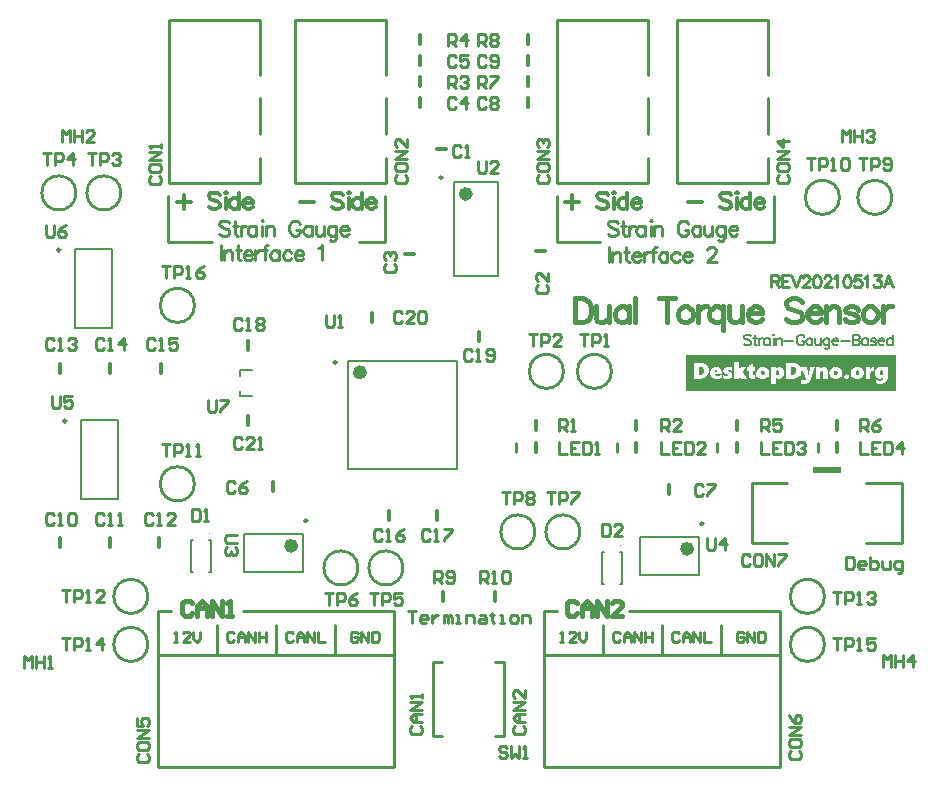
<source format=gto>
G04*
G04 #@! TF.GenerationSoftware,Altium Limited,Altium Designer,21.1.1 (26)*
G04*
G04 Layer_Color=65535*
%FSLAX25Y25*%
%MOIN*%
G70*
G04*
G04 #@! TF.SameCoordinates,1B48DBFB-4F0D-4C64-993E-EB7B70E0D2B1*
G04*
G04*
G04 #@! TF.FilePolarity,Positive*
G04*
G01*
G75*
%ADD10C,0.00984*%
%ADD11C,0.02362*%
%ADD12C,0.00394*%
%ADD13C,0.01000*%
%ADD14C,0.00787*%
%ADD15C,0.01200*%
%ADD16C,0.01300*%
%ADD17C,0.01500*%
%ADD18C,0.00800*%
%ADD19R,0.09449X0.01968*%
G36*
X392500Y226000D02*
X322500D01*
Y238000D01*
X392500D01*
Y226000D01*
D02*
G37*
%LPC*%
G36*
X344928Y235026D02*
D01*
X343388Y234596D01*
Y233860D01*
X342798D01*
Y235026D01*
D01*
D01*
Y230008D01*
D01*
Y232777D01*
X343388D01*
Y231389D01*
X343394Y231271D01*
X343401Y231153D01*
X343422Y231049D01*
X343443Y230945D01*
X343471Y230855D01*
X343506Y230772D01*
X343540Y230695D01*
X343575Y230626D01*
X343603Y230563D01*
X343637Y230515D01*
X343672Y230466D01*
X343700Y230432D01*
X343721Y230397D01*
X343741Y230376D01*
X343748Y230369D01*
X343755Y230362D01*
X343825Y230300D01*
X343908Y230244D01*
X343984Y230196D01*
X344068Y230161D01*
X344241Y230092D01*
X344401Y230050D01*
X344477Y230036D01*
X344547Y230029D01*
X344616Y230022D01*
X344671Y230015D01*
X344713Y230008D01*
X342798D01*
X345712D01*
X344900D01*
X345011Y230015D01*
X345109Y230022D01*
X345192Y230036D01*
X345261Y230043D01*
X345317Y230050D01*
X345345Y230057D01*
X345358D01*
X345442Y230071D01*
X345518Y230092D01*
X345581Y230105D01*
X345629Y230119D01*
X345664Y230133D01*
X345692Y230140D01*
X345706Y230147D01*
X345712D01*
Y231244D01*
Y231237D01*
X345636Y231209D01*
X345560Y231188D01*
X345497Y231174D01*
X345435Y231167D01*
X345386Y231160D01*
X345352Y231153D01*
X345317D01*
X345247Y231160D01*
X345192Y231174D01*
X345136Y231202D01*
X345095Y231230D01*
X345025Y231306D01*
X344977Y231403D01*
X344949Y231493D01*
X344935Y231570D01*
X344928Y231597D01*
Y231625D01*
Y231639D01*
Y231646D01*
Y232777D01*
X345712D01*
Y233860D01*
X344928D01*
Y235026D01*
D02*
G37*
G36*
X353770Y233950D02*
X353700D01*
X353561Y233943D01*
X353437Y233922D01*
X353319Y233895D01*
X353215Y233867D01*
X353138Y233839D01*
X353076Y233811D01*
X353034Y233790D01*
X353027Y233784D01*
X353020D01*
X352916Y233721D01*
X352826Y233645D01*
X352743Y233575D01*
X352673Y233506D01*
X352618Y233443D01*
X352576Y233395D01*
X352548Y233360D01*
X352541Y233346D01*
X352527D01*
Y233860D01*
X350966Y233860D01*
Y228370D01*
X355199Y228370D01*
Y232097D01*
Y232090D01*
X355192Y232250D01*
X355186Y232402D01*
X355165Y232548D01*
X355137Y232680D01*
X355109Y232805D01*
X355075Y232916D01*
X355040Y233020D01*
X355005Y233110D01*
X354970Y233194D01*
X354936Y233263D01*
X354901Y233326D01*
X354873Y233374D01*
X354845Y233416D01*
X354825Y233443D01*
X354818Y233457D01*
X354811Y233464D01*
X354734Y233548D01*
X354651Y233624D01*
X354561Y233686D01*
X354471Y233749D01*
X354380Y233790D01*
X354290Y233832D01*
X354200Y233867D01*
X354110Y233888D01*
X354027Y233909D01*
X353950Y233922D01*
X353881Y233936D01*
X353818Y233943D01*
X353770Y233950D01*
D02*
G37*
G36*
X369808D02*
X368573D01*
X368441Y233943D01*
X368309Y233922D01*
X368191Y233895D01*
X368094Y233860D01*
X368004Y233825D01*
X367941Y233798D01*
X367900Y233777D01*
X367893Y233770D01*
X367886D01*
X367775Y233693D01*
X367677Y233617D01*
X367587Y233534D01*
X367518Y233451D01*
X367462Y233381D01*
X367421Y233326D01*
X367393Y233284D01*
X367386Y233277D01*
Y233270D01*
X367372D01*
Y233860D01*
X365811D01*
Y230099D01*
X367372D01*
Y232243D01*
X367379Y232333D01*
X367393Y232410D01*
X367407Y232479D01*
X367428Y232534D01*
X367448Y232583D01*
X367469Y232618D01*
X367476Y232639D01*
X367483Y232645D01*
X367532Y232701D01*
X367580Y232736D01*
X367629Y232763D01*
X367685Y232784D01*
X367726Y232798D01*
X367761Y232805D01*
X367795D01*
X367879Y232798D01*
X367948Y232784D01*
X368004Y232756D01*
X368052Y232729D01*
X368087Y232701D01*
X368115Y232673D01*
X368129Y232659D01*
X368136Y232652D01*
X368170Y232590D01*
X368198Y232507D01*
X368219Y232423D01*
X368233Y232340D01*
X368240Y232264D01*
X368247Y232201D01*
Y232160D01*
Y232153D01*
Y232146D01*
Y230099D01*
X369808D01*
Y232527D01*
X369794Y232666D01*
X369780Y232791D01*
X369753Y232902D01*
X369725Y233013D01*
X369697Y233110D01*
X369655Y233208D01*
X369614Y233291D01*
X369524Y233443D01*
X369420Y233568D01*
X369308Y233673D01*
X369190Y233756D01*
X369072Y233818D01*
X368961Y233867D01*
X368857Y233902D01*
X368767Y233929D01*
X368684Y233943D01*
X368628Y233950D01*
X369808D01*
D02*
G37*
G36*
X385263Y233922D02*
X384286D01*
X385034D01*
X384910Y233915D01*
X384792Y233895D01*
X384681Y233860D01*
X384590Y233832D01*
X384521Y233798D01*
X384465Y233763D01*
X384431Y233742D01*
X384417Y233735D01*
X384327Y233659D01*
X384243Y233575D01*
X384174Y233485D01*
X384118Y233395D01*
X384070Y233319D01*
X384042Y233256D01*
X384021Y233214D01*
X384014Y233208D01*
Y233201D01*
X384000D01*
Y233860D01*
X382439D01*
Y233922D01*
Y230099D01*
X385263D01*
Y233874D01*
X385187Y233902D01*
X385111Y233915D01*
X385083Y233922D01*
X385263D01*
D02*
G37*
G36*
X338037Y233950D02*
X334962D01*
D01*
X336725D01*
X336572Y233943D01*
X336427Y233936D01*
X336295Y233922D01*
X336170Y233895D01*
X336052Y233874D01*
X335941Y233846D01*
X335844Y233811D01*
X335760Y233784D01*
X335677Y233749D01*
X335615Y233721D01*
X335552Y233686D01*
X335504Y233666D01*
X335469Y233645D01*
X335441Y233624D01*
X335427Y233617D01*
X335420Y233610D01*
X335337Y233541D01*
X335268Y233471D01*
X335205Y233402D01*
X335157Y233326D01*
X335108Y233242D01*
X335073Y233166D01*
X335018Y233020D01*
X334990Y232888D01*
X334976Y232833D01*
X334969Y232784D01*
X334962Y232743D01*
Y232756D01*
Y232687D01*
X334969Y232534D01*
X334997Y232402D01*
X335032Y232284D01*
X335073Y232187D01*
X335115Y232104D01*
X335150Y232049D01*
X335177Y232014D01*
X335184Y232000D01*
X335282Y231910D01*
X335393Y231826D01*
X335518Y231757D01*
X335635Y231695D01*
X335747Y231646D01*
X335788Y231625D01*
X335830Y231611D01*
X335865Y231597D01*
X335892Y231591D01*
X335906Y231584D01*
X335913D01*
X335996Y231556D01*
X336066Y231535D01*
X336135Y231507D01*
X336191Y231486D01*
X336288Y231452D01*
X336357Y231424D01*
X336413Y231396D01*
X336448Y231382D01*
X336461Y231375D01*
X336468Y231368D01*
X336503Y231341D01*
X336531Y231320D01*
X336552Y231292D01*
X336565Y231264D01*
X336579Y231223D01*
Y231216D01*
Y231209D01*
X336572Y231167D01*
X336559Y231133D01*
X336538Y231098D01*
X336510Y231070D01*
X336434Y231028D01*
X336350Y231001D01*
X336260Y230987D01*
X336191Y230980D01*
X336156Y230973D01*
X336114D01*
X336024Y230980D01*
X335934Y230987D01*
X335740Y231021D01*
X335545Y231070D01*
X335365Y231133D01*
X335282Y231160D01*
X335205Y231188D01*
X335136Y231216D01*
X335080Y231237D01*
X335032Y231257D01*
X334990Y231271D01*
X334969Y231285D01*
X334962D01*
D01*
Y230182D01*
X335053Y230154D01*
X335157Y230133D01*
X335254Y230112D01*
X335351Y230092D01*
X335434Y230078D01*
X335504Y230064D01*
X335531D01*
X335552Y230057D01*
X335566D01*
X335698Y230043D01*
X335823Y230029D01*
X335927Y230022D01*
X336017Y230015D01*
X336094Y230008D01*
X336191D01*
X336350Y230015D01*
X336496Y230022D01*
X336635Y230043D01*
X336767Y230064D01*
X336892Y230092D01*
X337003Y230119D01*
X337100Y230147D01*
X337190Y230182D01*
X337273Y230216D01*
X337343Y230244D01*
X337405Y230272D01*
X337454Y230300D01*
X337495Y230321D01*
X337523Y230341D01*
X337537Y230348D01*
X337544Y230355D01*
X337634Y230425D01*
X337704Y230501D01*
X337773Y230577D01*
X337829Y230661D01*
X337877Y230744D01*
X337919Y230827D01*
X337947Y230904D01*
X337974Y230987D01*
X338009Y231126D01*
X338023Y231188D01*
X338030Y231243D01*
X338037Y231285D01*
Y230057D01*
Y233950D01*
D02*
G37*
G36*
X381856Y233950D02*
X377512D01*
D01*
X379684D01*
X379448Y233943D01*
X379233Y233915D01*
X379038Y233874D01*
X378948Y233853D01*
X378865Y233832D01*
X378795Y233811D01*
X378726Y233790D01*
X378671Y233770D01*
X378629Y233749D01*
X378587Y233735D01*
X378559Y233721D01*
X378546Y233714D01*
X378539D01*
X378365Y233617D01*
X378212Y233506D01*
X378081Y233395D01*
X377970Y233284D01*
X377886Y233187D01*
X377824Y233110D01*
X377803Y233076D01*
X377789Y233055D01*
X377775Y233041D01*
Y233034D01*
X377685Y232868D01*
X377623Y232687D01*
X377574Y232514D01*
X377546Y232354D01*
X377532Y232278D01*
X377525Y232215D01*
X377518Y232153D01*
Y232097D01*
X377512Y232055D01*
Y232090D01*
Y230008D01*
D01*
Y232000D01*
X377518Y231826D01*
X377539Y231667D01*
X377567Y231514D01*
X377602Y231375D01*
X377643Y231244D01*
X377692Y231126D01*
X377741Y231014D01*
X377796Y230917D01*
X377852Y230827D01*
X377900Y230751D01*
X377949Y230688D01*
X377990Y230633D01*
X378025Y230591D01*
X378060Y230563D01*
X378074Y230543D01*
X378081Y230536D01*
X378192Y230445D01*
X378310Y230362D01*
X378441Y230293D01*
X378566Y230230D01*
X378698Y230182D01*
X378837Y230140D01*
X378962Y230105D01*
X379087Y230078D01*
X379205Y230050D01*
X379316Y230036D01*
X379413Y230022D01*
X379503Y230015D01*
X379573D01*
X379628Y230008D01*
X379670D01*
X379857Y230015D01*
X380038Y230029D01*
X380204Y230057D01*
X380357Y230092D01*
X380503Y230133D01*
X380634Y230182D01*
X380752Y230230D01*
X380863Y230279D01*
X380961Y230328D01*
X381044Y230376D01*
X381113Y230425D01*
X381176Y230466D01*
X381218Y230501D01*
X381252Y230529D01*
X381273Y230543D01*
X381280Y230550D01*
X381384Y230654D01*
X381467Y230772D01*
X381551Y230890D01*
X381613Y231014D01*
X381669Y231133D01*
X381717Y231257D01*
X381752Y231382D01*
X381786Y231500D01*
X381807Y231611D01*
X381828Y231715D01*
X381835Y231806D01*
X381849Y231882D01*
Y231951D01*
X381856Y232000D01*
Y232042D01*
X381842Y232236D01*
X381814Y232423D01*
X381773Y232590D01*
X381724Y232736D01*
X381696Y232798D01*
X381676Y232854D01*
X381655Y232902D01*
X381634Y232944D01*
X381620Y232979D01*
X381606Y232999D01*
X381592Y233013D01*
Y233020D01*
X381481Y233173D01*
X381363Y233312D01*
X381238Y233430D01*
X381113Y233527D01*
X381009Y233603D01*
X380961Y233631D01*
X380919Y233659D01*
X380884Y233673D01*
X380857Y233686D01*
X380843Y233700D01*
X380836D01*
X380648Y233784D01*
X380454Y233846D01*
X380260Y233888D01*
X380079Y233922D01*
X379996Y233929D01*
X379920Y233936D01*
X379850Y233943D01*
X379795D01*
X379746Y233950D01*
X381856D01*
D01*
D02*
G37*
G36*
X372584D02*
X372522D01*
X372286Y233943D01*
X372071Y233915D01*
X371876Y233874D01*
X371786Y233853D01*
X371703Y233832D01*
X371633Y233811D01*
X371564Y233790D01*
X371508Y233770D01*
X371467Y233749D01*
X371425Y233735D01*
X371397Y233721D01*
X371384Y233714D01*
X371376D01*
X371203Y233617D01*
X371050Y233506D01*
X370918Y233395D01*
X370808Y233284D01*
X370724Y233187D01*
X370662Y233110D01*
X370641Y233076D01*
X370627Y233055D01*
X370613Y233041D01*
Y233034D01*
X370523Y232868D01*
X370460Y232687D01*
X370412Y232514D01*
X370384Y232354D01*
X370370Y232278D01*
X370363Y232215D01*
X370356Y232153D01*
Y232097D01*
X370349Y232055D01*
Y232069D01*
Y232000D01*
X370356Y231826D01*
X370377Y231667D01*
X370405Y231514D01*
X370440Y231375D01*
X370481Y231244D01*
X370530Y231126D01*
X370578Y231014D01*
X370634Y230917D01*
X370690Y230827D01*
X370738Y230751D01*
X370787Y230688D01*
X370828Y230633D01*
X370863Y230591D01*
X370898Y230563D01*
X370912Y230543D01*
X370918Y230536D01*
X371029Y230445D01*
X371147Y230362D01*
X371279Y230293D01*
X371404Y230230D01*
X371536Y230182D01*
X371675Y230140D01*
X371800Y230105D01*
X371925Y230078D01*
X372043Y230050D01*
X372154Y230036D01*
X372251Y230022D01*
X372341Y230015D01*
X372411D01*
X372466Y230008D01*
X370349D01*
X372508D01*
X372695Y230015D01*
X372876Y230029D01*
X373042Y230057D01*
X373195Y230092D01*
X373341Y230133D01*
X373472Y230182D01*
X373590Y230230D01*
X373701Y230279D01*
X373799Y230328D01*
X373882Y230376D01*
X373951Y230425D01*
X374014Y230466D01*
X374055Y230501D01*
X374090Y230529D01*
X374111Y230543D01*
X374118Y230550D01*
X374222Y230654D01*
X374305Y230772D01*
X374389Y230890D01*
X374451Y231014D01*
X374506Y231133D01*
X374555Y231257D01*
X374590Y231382D01*
X374624Y231500D01*
X374645Y231611D01*
X374666Y231715D01*
X374673Y231806D01*
X374687Y231882D01*
Y231951D01*
X374694Y232000D01*
Y232076D01*
Y232042D01*
X374680Y232236D01*
X374652Y232423D01*
X374611Y232590D01*
X374562Y232736D01*
X374534Y232798D01*
X374513Y232854D01*
X374493Y232902D01*
X374472Y232944D01*
X374458Y232979D01*
X374444Y232999D01*
X374430Y233013D01*
Y233020D01*
X374319Y233173D01*
X374201Y233312D01*
X374076Y233430D01*
X373951Y233527D01*
X373847Y233603D01*
X373799Y233631D01*
X373757Y233659D01*
X373722Y233673D01*
X373694Y233686D01*
X373681Y233700D01*
X373674D01*
X373486Y233784D01*
X373292Y233846D01*
X373098Y233888D01*
X372917Y233922D01*
X372834Y233929D01*
X372758Y233936D01*
X372688Y233943D01*
X372633D01*
X372584Y233950D01*
D02*
G37*
G36*
X358184Y235359D02*
X355935D01*
Y230099D01*
X360897D01*
Y230376D01*
Y230099D01*
X358163D01*
X358315Y230105D01*
X358461Y230112D01*
X358600Y230126D01*
X358732Y230154D01*
X358857Y230175D01*
X358975Y230203D01*
X359086Y230237D01*
X359183Y230265D01*
X359280Y230300D01*
X359356Y230328D01*
X359433Y230355D01*
X359488Y230383D01*
X359537Y230404D01*
X359572Y230418D01*
X359592Y230425D01*
X359599Y230432D01*
X359710Y230494D01*
X359821Y230570D01*
X359919Y230640D01*
X360016Y230723D01*
X360099Y230799D01*
X360175Y230876D01*
X360252Y230952D01*
X360314Y231028D01*
X360370Y231098D01*
X360418Y231167D01*
X360460Y231223D01*
X360495Y231278D01*
X360522Y231320D01*
X360543Y231348D01*
X360550Y231368D01*
X360557Y231375D01*
X360619Y231493D01*
X360668Y231611D01*
X360717Y231736D01*
X360751Y231854D01*
X360814Y232097D01*
X360835Y232208D01*
X360856Y232312D01*
X360869Y232416D01*
X360876Y232507D01*
X360890Y232590D01*
Y232659D01*
X360897Y232715D01*
Y230376D01*
Y232715D01*
Y232791D01*
X360890Y233027D01*
X360869Y233242D01*
X360828Y233451D01*
X360779Y233638D01*
X360717Y233818D01*
X360640Y233985D01*
X360557Y234138D01*
X360460Y234276D01*
X360363Y234408D01*
X360252Y234526D01*
X360134Y234630D01*
X360016Y234734D01*
X359891Y234825D01*
X359766Y234901D01*
X359634Y234977D01*
X359509Y235040D01*
X359377Y235095D01*
X359245Y235144D01*
X358996Y235227D01*
X358760Y235283D01*
X358649Y235303D01*
X358551Y235317D01*
X358454Y235331D01*
X358371Y235345D01*
X358295Y235352D01*
X358232D01*
X358184Y235359D01*
D02*
G37*
G36*
X342770Y235664D02*
X338613D01*
Y230098D01*
X340174D01*
Y232028D01*
X340188D01*
X341021Y230098D01*
X342770D01*
X341694Y232132D01*
X342707Y233860D01*
X340945D01*
X340188Y232090D01*
X340174D01*
Y235664D01*
X342770D01*
D01*
D02*
G37*
G36*
X327460Y235359D02*
X325212D01*
Y230098D01*
X330174D01*
X327439D01*
X327592Y230105D01*
X327738Y230112D01*
X327877Y230126D01*
X328009Y230154D01*
X328133Y230175D01*
X328251Y230203D01*
X328362Y230237D01*
X328460Y230265D01*
X328557Y230300D01*
X328633Y230328D01*
X328709Y230355D01*
X328765Y230383D01*
X328814Y230404D01*
X328848Y230418D01*
X328869Y230425D01*
X328876Y230432D01*
X328987Y230494D01*
X329098Y230570D01*
X329195Y230640D01*
X329292Y230723D01*
X329376Y230799D01*
X329452Y230876D01*
X329528Y230952D01*
X329591Y231028D01*
X329646Y231098D01*
X329695Y231167D01*
X329736Y231223D01*
X329771Y231278D01*
X329799Y231320D01*
X329820Y231348D01*
X329827Y231368D01*
X329834Y231375D01*
X329896Y231493D01*
X329945Y231611D01*
X329993Y231736D01*
X330028Y231854D01*
X330090Y232097D01*
X330111Y232208D01*
X330132Y232312D01*
X330146Y232416D01*
X330153Y232507D01*
X330167Y232590D01*
Y232659D01*
X330174Y232715D01*
Y232791D01*
X330167Y233027D01*
X330146Y233242D01*
X330104Y233451D01*
X330056Y233638D01*
X329993Y233818D01*
X329917Y233985D01*
X329834Y234138D01*
X329736Y234276D01*
X329639Y234408D01*
X329528Y234526D01*
X329410Y234630D01*
X329292Y234734D01*
X329168Y234825D01*
X329043Y234901D01*
X328911Y234977D01*
X328786Y235040D01*
X328654Y235095D01*
X328522Y235144D01*
X328272Y235227D01*
X328036Y235283D01*
X327925Y235303D01*
X327828Y235317D01*
X327731Y235331D01*
X327648Y235345D01*
X327571Y235352D01*
X327509D01*
X327460Y235359D01*
D02*
G37*
G36*
X376977Y231480D02*
X375235D01*
Y230751D01*
X375242Y230640D01*
X375270Y230536D01*
X375311Y230445D01*
X375353Y230369D01*
X375395Y230307D01*
X375436Y230265D01*
X375464Y230230D01*
X375471Y230223D01*
X375568Y230154D01*
X375672Y230099D01*
X375777Y230064D01*
X375874Y230036D01*
X375957Y230022D01*
X376026Y230015D01*
X376054Y230008D01*
X376089D01*
X376235Y230015D01*
X376366Y230043D01*
X376477Y230071D01*
X376575Y230112D01*
X376644Y230147D01*
X376699Y230182D01*
X376727Y230203D01*
X376741Y230209D01*
X376817Y230293D01*
X376880Y230383D01*
X376922Y230473D01*
X376949Y230557D01*
X376963Y230633D01*
X376977Y230695D01*
Y230751D01*
X376970Y230869D01*
X376942Y230973D01*
X376901Y231063D01*
X376859Y231139D01*
X376811Y231195D01*
X376776Y231244D01*
X376748Y231271D01*
X376734Y231278D01*
X376637Y231348D01*
X376533Y231396D01*
X376429Y231431D01*
X376325Y231452D01*
X376241Y231473D01*
X376165Y231480D01*
X376977D01*
D01*
D02*
G37*
G36*
X375235Y230716D02*
Y230008D01*
D01*
Y230716D01*
D02*
G37*
G36*
X370349Y231757D02*
Y230008D01*
D01*
Y231757D01*
D02*
G37*
G36*
X350383Y233950D02*
X346039D01*
D01*
X348211D01*
X347975Y233943D01*
X347760Y233915D01*
X347565Y233874D01*
X347475Y233853D01*
X347392Y233832D01*
X347323Y233811D01*
X347253Y233790D01*
X347198Y233770D01*
X347156Y233749D01*
X347114Y233735D01*
X347087Y233721D01*
X347073Y233714D01*
X347066D01*
X346892Y233617D01*
X346740Y233506D01*
X346608Y233395D01*
X346497Y233284D01*
X346413Y233187D01*
X346351Y233110D01*
X346330Y233076D01*
X346316Y233055D01*
X346302Y233041D01*
Y233034D01*
X346212Y232868D01*
X346150Y232687D01*
X346101Y232514D01*
X346073Y232354D01*
X346059Y232278D01*
X346053Y232215D01*
X346045Y232153D01*
Y232097D01*
X346039Y232055D01*
Y230008D01*
D01*
Y232000D01*
X346045Y231826D01*
X346066Y231667D01*
X346094Y231514D01*
X346129Y231375D01*
X346170Y231243D01*
X346219Y231126D01*
X346268Y231014D01*
X346323Y230917D01*
X346379Y230827D01*
X346427Y230751D01*
X346476Y230688D01*
X346517Y230633D01*
X346552Y230591D01*
X346587Y230563D01*
X346601Y230543D01*
X346608Y230536D01*
X346719Y230445D01*
X346837Y230362D01*
X346969Y230293D01*
X347094Y230230D01*
X347225Y230182D01*
X347364Y230140D01*
X347489Y230105D01*
X347614Y230078D01*
X347732Y230050D01*
X347843Y230036D01*
X347940Y230022D01*
X348030Y230015D01*
X348100D01*
X348155Y230008D01*
X348197D01*
X348384Y230015D01*
X348565Y230029D01*
X348731Y230057D01*
X348884Y230092D01*
X349030Y230133D01*
X349162Y230182D01*
X349280Y230230D01*
X349391Y230279D01*
X349488Y230328D01*
X349571Y230376D01*
X349640Y230425D01*
X349703Y230466D01*
X349745Y230501D01*
X349779Y230529D01*
X349800Y230543D01*
X349807Y230550D01*
X349911Y230654D01*
X349994Y230772D01*
X350078Y230890D01*
X350140Y231014D01*
X350196Y231133D01*
X350244Y231257D01*
X350279Y231382D01*
X350314Y231500D01*
X350335Y231611D01*
X350355Y231715D01*
X350362Y231806D01*
X350376Y231882D01*
Y231951D01*
X350383Y232000D01*
Y232042D01*
X350369Y232236D01*
X350341Y232423D01*
X350300Y232590D01*
X350251Y232736D01*
X350223Y232798D01*
X350203Y232854D01*
X350182Y232902D01*
X350161Y232944D01*
X350147Y232979D01*
X350133Y232999D01*
X350119Y233013D01*
Y233020D01*
X350008Y233173D01*
X349890Y233312D01*
X349765Y233430D01*
X349640Y233527D01*
X349536Y233603D01*
X349488Y233631D01*
X349446Y233659D01*
X349411Y233672D01*
X349384Y233686D01*
X349370Y233700D01*
X349363D01*
X349176Y233784D01*
X348981Y233846D01*
X348787Y233888D01*
X348606Y233922D01*
X348523Y233929D01*
X348447Y233936D01*
X348377Y233943D01*
X348322D01*
X348273Y233950D01*
X350383D01*
D02*
G37*
G36*
X334435D02*
X330604D01*
D01*
X332589D01*
X332381Y233936D01*
X332186Y233909D01*
X332013Y233867D01*
X331853Y233818D01*
X331791Y233790D01*
X331728Y233770D01*
X331673Y233749D01*
X331631Y233728D01*
X331596Y233714D01*
X331569Y233700D01*
X331555Y233686D01*
X331548D01*
X331381Y233582D01*
X331242Y233464D01*
X331118Y233339D01*
X331020Y233221D01*
X330944Y233117D01*
X330909Y233076D01*
X330889Y233034D01*
X330868Y232999D01*
X330854Y232979D01*
X330840Y232965D01*
Y232958D01*
X330764Y232777D01*
X330701Y232597D01*
X330660Y232416D01*
X330632Y232250D01*
X330625Y232173D01*
X330618Y232104D01*
X330611Y232042D01*
Y231993D01*
X330604Y231951D01*
Y231889D01*
X330611Y231729D01*
X330625Y231577D01*
X330653Y231438D01*
X330687Y231299D01*
X330729Y231181D01*
X330778Y231063D01*
X330826Y230959D01*
X330875Y230869D01*
X330923Y230785D01*
X330972Y230716D01*
X331020Y230654D01*
X331062Y230598D01*
X331097Y230563D01*
X331124Y230529D01*
X331138Y230515D01*
X331145Y230508D01*
X331256Y230418D01*
X331367Y230341D01*
X331492Y230279D01*
X331617Y230216D01*
X331742Y230168D01*
X331874Y230133D01*
X331999Y230098D01*
X332117Y230071D01*
X332235Y230050D01*
X332339Y230036D01*
X332436Y230022D01*
X332520Y230015D01*
X332582D01*
X332637Y230008D01*
X332679D01*
X332971Y230015D01*
X333109Y230029D01*
X333234Y230043D01*
X333359Y230057D01*
X333470Y230078D01*
X333581Y230098D01*
X333671Y230119D01*
X333762Y230140D01*
X333838Y230161D01*
X333900Y230182D01*
X333956Y230196D01*
X334005Y230209D01*
X334032Y230223D01*
X334053Y230230D01*
X334060D01*
Y231230D01*
X333873Y231160D01*
X333692Y231105D01*
X333519Y231070D01*
X333359Y231042D01*
X333290Y231035D01*
X333220Y231028D01*
X333165Y231021D01*
X333116D01*
X333082Y231014D01*
X333026D01*
X332887Y231021D01*
X332762Y231035D01*
X332651Y231056D01*
X332561Y231084D01*
X332485Y231105D01*
X332429Y231126D01*
X332401Y231139D01*
X332388Y231146D01*
X332311Y231202D01*
X332249Y231264D01*
X332200Y231334D01*
X332166Y231396D01*
X332138Y231452D01*
X332124Y231493D01*
X332117Y231521D01*
Y231535D01*
X334435D01*
Y230008D01*
D01*
Y233950D01*
D02*
G37*
G36*
X365505Y233860D02*
X361043D01*
Y228336D01*
D01*
Y233860D01*
X362611Y230112D01*
X362486Y229821D01*
X362459Y229758D01*
X362417Y229710D01*
X362375Y229661D01*
X362334Y229620D01*
X362236Y229557D01*
X362139Y229516D01*
X362049Y229495D01*
X361973Y229481D01*
X361945Y229474D01*
X361903D01*
X361785Y229481D01*
X361723Y229495D01*
X361674Y229509D01*
X361626Y229516D01*
X361591Y229529D01*
X361570Y229536D01*
X361563D01*
X361501Y229557D01*
X361445Y229578D01*
X361397Y229599D01*
X361362Y229620D01*
X361334Y229633D01*
X361307Y229647D01*
X361300Y229661D01*
X361293D01*
Y228488D01*
X361445Y228440D01*
X361522Y228426D01*
X361591Y228405D01*
X361647Y228391D01*
X361695Y228384D01*
X361723Y228377D01*
X361737D01*
X361834Y228363D01*
X361917Y228357D01*
X362001Y228343D01*
X362070D01*
X362133Y228336D01*
X362216D01*
X362341Y228343D01*
X362459Y228350D01*
X362674Y228398D01*
X362771Y228426D01*
X362861Y228461D01*
X362951Y228495D01*
X363028Y228530D01*
X363097Y228565D01*
X363160Y228599D01*
X363215Y228634D01*
X363257Y228662D01*
X363291Y228690D01*
X363319Y228710D01*
X363333Y228717D01*
X363340Y228724D01*
X363423Y228801D01*
X363507Y228891D01*
X363583Y228988D01*
X363659Y229085D01*
X363791Y229300D01*
X363902Y229509D01*
X363951Y229606D01*
X363992Y229703D01*
X364034Y229786D01*
X364062Y229855D01*
X364083Y229918D01*
X364103Y229960D01*
X364117Y229994D01*
Y230001D01*
X365505Y233860D01*
D01*
D02*
G37*
G36*
X389788Y233950D02*
X385548D01*
D01*
X387248D01*
X387075Y233936D01*
X386908Y233909D01*
X386762Y233867D01*
X386631Y233825D01*
X386526Y233777D01*
X386478Y233756D01*
X386443Y233735D01*
X386416Y233714D01*
X386395Y233707D01*
X386381Y233693D01*
X386374D01*
X386235Y233589D01*
X386117Y233478D01*
X386013Y233360D01*
X385923Y233242D01*
X385853Y233138D01*
X385805Y233055D01*
X385784Y233020D01*
X385777Y232999D01*
X385763Y232985D01*
Y232979D01*
X385694Y232798D01*
X385638Y232618D01*
X385603Y232437D01*
X385576Y232264D01*
X385569Y232187D01*
X385562Y232118D01*
X385555Y232055D01*
Y232007D01*
X385548Y231965D01*
Y231903D01*
X385555Y231743D01*
X385569Y231591D01*
X385590Y231445D01*
X385611Y231313D01*
X385645Y231188D01*
X385680Y231070D01*
X385715Y230966D01*
X385756Y230876D01*
X385798Y230785D01*
X385833Y230716D01*
X385867Y230654D01*
X385902Y230598D01*
X385923Y230563D01*
X385944Y230529D01*
X385958Y230515D01*
X385964Y230508D01*
X386048Y230418D01*
X386138Y230341D01*
X386228Y230279D01*
X386325Y230216D01*
X386422Y230168D01*
X386513Y230133D01*
X386610Y230099D01*
X386700Y230071D01*
X386783Y230050D01*
X386867Y230036D01*
X386936Y230022D01*
X386999Y230015D01*
X387047D01*
X387082Y230008D01*
X387116D01*
X387241Y230015D01*
X387359Y230029D01*
X387463Y230057D01*
X387561Y230085D01*
X387637Y230112D01*
X387699Y230140D01*
X387734Y230154D01*
X387748Y230161D01*
X387852Y230223D01*
X387949Y230293D01*
X388026Y230355D01*
X388095Y230425D01*
X388144Y230480D01*
X388185Y230529D01*
X388206Y230557D01*
X388213Y230570D01*
X388234D01*
Y230334D01*
Y230258D01*
X388220Y230189D01*
X388185Y230057D01*
X388130Y229946D01*
X388074Y229849D01*
X388019Y229779D01*
X387963Y229724D01*
X387928Y229689D01*
X387922Y229675D01*
X387915D01*
X387790Y229592D01*
X387651Y229529D01*
X387512Y229481D01*
X387373Y229453D01*
X387255Y229432D01*
X387207Y229425D01*
X387158D01*
X387123Y229418D01*
X387075D01*
X386978Y229425D01*
X386880Y229432D01*
X386783Y229446D01*
X386700Y229467D01*
X386617Y229481D01*
X386561Y229495D01*
X386520Y229502D01*
X386513Y229509D01*
X386506D01*
X386395Y229543D01*
X386291Y229585D01*
X386200Y229626D01*
X386117Y229661D01*
X386055Y229696D01*
X386006Y229724D01*
X385978Y229738D01*
X385964Y229745D01*
Y228516D01*
X386027Y228488D01*
X386096Y228467D01*
X386249Y228426D01*
X386318Y228412D01*
X386374Y228398D01*
X386416Y228391D01*
X386429D01*
X386679Y228357D01*
X386790Y228350D01*
X386901Y228343D01*
X386985Y228336D01*
X387116D01*
X387352Y228343D01*
X387575Y228363D01*
X387783Y228391D01*
X387977Y228433D01*
X388158Y228474D01*
X388317Y228530D01*
X388463Y228586D01*
X388602Y228641D01*
X388713Y228697D01*
X388817Y228752D01*
X388907Y228808D01*
X388976Y228849D01*
X389032Y228891D01*
X389067Y228919D01*
X389094Y228940D01*
X389101Y228946D01*
X389219Y229064D01*
X389330Y229189D01*
X389421Y229328D01*
X389497Y229467D01*
X389566Y229606D01*
X389622Y229745D01*
X389663Y229883D01*
X389705Y230015D01*
X389733Y230140D01*
X389754Y230251D01*
X389768Y230355D01*
X389774Y230445D01*
X389781Y230522D01*
X389788Y230577D01*
Y233867D01*
Y233860D01*
X388234D01*
Y233471D01*
X388213D01*
X388151Y233555D01*
X388081Y233631D01*
X388005Y233693D01*
X387928Y233749D01*
X387845Y233798D01*
X387769Y233832D01*
X387685Y233867D01*
X387609Y233888D01*
X387470Y233922D01*
X387408Y233936D01*
X387352Y233943D01*
X387311Y233950D01*
X389788D01*
D01*
D02*
G37*
G36*
X385548Y231341D02*
Y228336D01*
D01*
Y231341D01*
D02*
G37*
%LPD*%
G36*
X353152Y232798D02*
X353242Y232770D01*
X353312Y232743D01*
X353374Y232701D01*
X353423Y232666D01*
X353450Y232632D01*
X353471Y232604D01*
X353478Y232597D01*
X353527Y232514D01*
X353561Y232423D01*
X353582Y232333D01*
X353603Y232243D01*
X353610Y232167D01*
X353617Y232097D01*
Y232055D01*
Y232049D01*
Y232042D01*
X353610Y231889D01*
X353589Y231757D01*
X353569Y231646D01*
X353541Y231556D01*
X353506Y231480D01*
X353485Y231424D01*
X353464Y231396D01*
X353457Y231382D01*
X353395Y231306D01*
X353326Y231251D01*
X353249Y231209D01*
X353180Y231181D01*
X353117Y231167D01*
X353069Y231160D01*
X353034Y231153D01*
X353020D01*
X352930Y231160D01*
X352847Y231188D01*
X352777Y231223D01*
X352722Y231257D01*
X352680Y231299D01*
X352652Y231327D01*
X352632Y231355D01*
X352625Y231362D01*
X352583Y231445D01*
X352548Y231542D01*
X352527Y231639D01*
X352507Y231729D01*
X352500Y231806D01*
X352493Y231875D01*
Y231917D01*
Y231924D01*
Y231931D01*
Y232007D01*
X352500Y232139D01*
X352514Y232257D01*
X352541Y232354D01*
X352569Y232437D01*
X352597Y232500D01*
X352625Y232548D01*
X352639Y232583D01*
X352645Y232590D01*
X352708Y232659D01*
X352777Y232715D01*
X352847Y232750D01*
X352909Y232777D01*
X352965Y232791D01*
X353013Y232805D01*
X353055D01*
X353152Y232798D01*
D02*
G37*
G36*
X355199Y228370D02*
X352527D01*
Y230487D01*
X352541D01*
X352611Y230404D01*
X352680Y230328D01*
X352764Y230265D01*
X352840Y230209D01*
X352923Y230161D01*
X353006Y230126D01*
X353090Y230092D01*
X353166Y230071D01*
X353312Y230036D01*
X353381Y230022D01*
X353430Y230015D01*
X353478Y230008D01*
X353541D01*
X353714Y230022D01*
X353874Y230050D01*
X354020Y230092D01*
X354145Y230140D01*
X354249Y230182D01*
X354290Y230203D01*
X354325Y230223D01*
X354360Y230244D01*
X354380Y230251D01*
X354387Y230265D01*
X354394D01*
X354526Y230369D01*
X354651Y230494D01*
X354748Y230612D01*
X354832Y230730D01*
X354901Y230841D01*
X354922Y230883D01*
X354943Y230924D01*
X354963Y230959D01*
X354977Y230980D01*
X354984Y230994D01*
Y231001D01*
X355054Y231181D01*
X355109Y231368D01*
X355144Y231556D01*
X355172Y231722D01*
X355179Y231799D01*
X355186Y231868D01*
X355192Y231931D01*
X355199Y231986D01*
Y228370D01*
D02*
G37*
G36*
X384854Y232618D02*
X384930Y232611D01*
X384965Y232604D01*
X384993Y232597D01*
X385014Y232590D01*
X385021D01*
X385125Y232562D01*
X385166Y232555D01*
X385201Y232541D01*
X385229Y232534D01*
X385250Y232527D01*
X385257Y232521D01*
X385263D01*
Y230099D01*
X384000D01*
Y231722D01*
X384007Y231882D01*
X384035Y232021D01*
X384070Y232139D01*
X384118Y232243D01*
X384181Y232333D01*
X384243Y232402D01*
X384313Y232465D01*
X384389Y232514D01*
X384458Y232548D01*
X384528Y232576D01*
X384590Y232597D01*
X384653Y232611D01*
X384701Y232618D01*
X384736Y232625D01*
X384771D01*
X384854Y232618D01*
D02*
G37*
G36*
X338037Y231348D02*
X338023Y231493D01*
X337995Y231625D01*
X337960Y231743D01*
X337912Y231840D01*
X337863Y231917D01*
X337829Y231972D01*
X337801Y232007D01*
X337787Y232021D01*
X337738Y232069D01*
X337683Y232118D01*
X337551Y232201D01*
X337419Y232278D01*
X337280Y232340D01*
X337155Y232389D01*
X337100Y232410D01*
X337058Y232430D01*
X337017Y232444D01*
X336989Y232451D01*
X336968Y232458D01*
X336961D01*
X336857Y232493D01*
X336774Y232521D01*
X336704Y232548D01*
X336649Y232569D01*
X336614Y232583D01*
X336586Y232597D01*
X336572Y232611D01*
X336565D01*
X336531Y232639D01*
X336510Y232666D01*
X336482Y232722D01*
X336468Y232770D01*
Y232777D01*
Y232784D01*
X336475Y232819D01*
X336482Y232847D01*
X336517Y232895D01*
X336545Y232923D01*
X336552Y232930D01*
X336559D01*
X336635Y232965D01*
X336711Y232979D01*
X336746Y232985D01*
X336878D01*
X336954Y232972D01*
X337031Y232965D01*
X337100Y232951D01*
X337162Y232937D01*
X337218Y232930D01*
X337246Y232916D01*
X337260D01*
X337364Y232888D01*
X337454Y232868D01*
X337544Y232840D01*
X337620Y232812D01*
X337683Y232791D01*
X337731Y232770D01*
X337759Y232763D01*
X337773Y232756D01*
Y233804D01*
X337572Y233853D01*
X337378Y233888D01*
X337197Y233915D01*
X337044Y233929D01*
X336975Y233936D01*
X336912Y233943D01*
X336857D01*
X336808Y233950D01*
X338037D01*
Y231348D01*
D02*
G37*
G36*
X379788Y232798D02*
X379878Y232770D01*
X379954Y232736D01*
X380024Y232687D01*
X380079Y232625D01*
X380128Y232562D01*
X380170Y232493D01*
X380197Y232423D01*
X380246Y232278D01*
X380253Y232215D01*
X380267Y232153D01*
Y232104D01*
X380274Y232069D01*
Y232042D01*
Y232035D01*
X380267Y231882D01*
X380246Y231743D01*
X380218Y231625D01*
X380183Y231528D01*
X380142Y231438D01*
X380086Y231368D01*
X380038Y231313D01*
X379982Y231264D01*
X379927Y231230D01*
X379878Y231202D01*
X379829Y231181D01*
X379781Y231167D01*
X379746Y231160D01*
X379718Y231153D01*
X379691D01*
X379587Y231160D01*
X379496Y231188D01*
X379413Y231230D01*
X379344Y231285D01*
X379288Y231348D01*
X379240Y231424D01*
X379198Y231500D01*
X379170Y231577D01*
X379142Y231653D01*
X379129Y231729D01*
X379115Y231806D01*
X379101Y231868D01*
Y231924D01*
X379094Y231965D01*
Y231993D01*
Y232000D01*
X379101Y232139D01*
X379122Y232264D01*
X379149Y232375D01*
X379184Y232465D01*
X379233Y232541D01*
X379281Y232611D01*
X379337Y232659D01*
X379392Y232708D01*
X379441Y232736D01*
X379496Y232763D01*
X379545Y232777D01*
X379593Y232791D01*
X379628Y232798D01*
X379656Y232805D01*
X379684D01*
X379788Y232798D01*
D02*
G37*
G36*
X372626D02*
X372716Y232770D01*
X372792Y232736D01*
X372862Y232687D01*
X372917Y232625D01*
X372966Y232562D01*
X373007Y232493D01*
X373035Y232423D01*
X373084Y232278D01*
X373091Y232215D01*
X373105Y232153D01*
Y232104D01*
X373112Y232069D01*
Y232042D01*
Y232035D01*
X373105Y231882D01*
X373084Y231743D01*
X373056Y231625D01*
X373021Y231528D01*
X372980Y231438D01*
X372924Y231368D01*
X372876Y231313D01*
X372820Y231264D01*
X372764Y231230D01*
X372716Y231202D01*
X372667Y231181D01*
X372619Y231167D01*
X372584Y231160D01*
X372556Y231153D01*
X372529D01*
X372425Y231160D01*
X372334Y231188D01*
X372251Y231230D01*
X372182Y231285D01*
X372126Y231348D01*
X372077Y231424D01*
X372036Y231500D01*
X372008Y231577D01*
X371980Y231653D01*
X371966Y231729D01*
X371953Y231806D01*
X371939Y231868D01*
Y231924D01*
X371932Y231965D01*
Y231993D01*
Y232000D01*
X371939Y232139D01*
X371959Y232264D01*
X371987Y232375D01*
X372022Y232465D01*
X372071Y232541D01*
X372119Y232611D01*
X372175Y232659D01*
X372230Y232708D01*
X372279Y232736D01*
X372334Y232763D01*
X372383Y232777D01*
X372431Y232791D01*
X372466Y232798D01*
X372494Y232805D01*
X372522D01*
X372626Y232798D01*
D02*
G37*
G36*
X358066Y234110D02*
X358197Y234089D01*
X358309Y234061D01*
X358413Y234033D01*
X358496Y233999D01*
X358558Y233971D01*
X358593Y233950D01*
X358607Y233943D01*
X358711Y233874D01*
X358801Y233798D01*
X358878Y233721D01*
X358940Y233645D01*
X358989Y233575D01*
X359023Y233513D01*
X359044Y233478D01*
X359051Y233471D01*
Y233464D01*
X359107Y233346D01*
X359141Y233228D01*
X359169Y233110D01*
X359190Y233006D01*
X359204Y232916D01*
X359211Y232840D01*
Y232812D01*
Y232791D01*
Y232784D01*
Y232777D01*
X359204Y232659D01*
X359197Y232541D01*
X359183Y232437D01*
X359155Y232333D01*
X359134Y232243D01*
X359107Y232160D01*
X359072Y232076D01*
X359044Y232007D01*
X359010Y231944D01*
X358982Y231889D01*
X358947Y231840D01*
X358926Y231799D01*
X358905Y231771D01*
X358885Y231750D01*
X358878Y231736D01*
X358871Y231729D01*
X358801Y231660D01*
X358732Y231604D01*
X358662Y231549D01*
X358586Y231507D01*
X358433Y231438D01*
X358288Y231389D01*
X358163Y231362D01*
X358107Y231355D01*
X358059Y231348D01*
X358017Y231341D01*
X357517D01*
Y234117D01*
X357920D01*
X358066Y234110D01*
D02*
G37*
G36*
X327342Y234110D02*
X327474Y234089D01*
X327585Y234061D01*
X327689Y234033D01*
X327772Y233999D01*
X327835Y233971D01*
X327870Y233950D01*
X327884Y233943D01*
X327988Y233874D01*
X328078Y233798D01*
X328154Y233721D01*
X328217Y233645D01*
X328265Y233575D01*
X328300Y233513D01*
X328321Y233478D01*
X328328Y233471D01*
Y233464D01*
X328383Y233346D01*
X328418Y233228D01*
X328446Y233110D01*
X328467Y233006D01*
X328480Y232916D01*
X328487Y232840D01*
Y232812D01*
Y232791D01*
Y232784D01*
Y232777D01*
X328480Y232659D01*
X328473Y232541D01*
X328460Y232437D01*
X328432Y232333D01*
X328411Y232243D01*
X328383Y232160D01*
X328348Y232076D01*
X328321Y232007D01*
X328286Y231944D01*
X328258Y231889D01*
X328224Y231840D01*
X328203Y231799D01*
X328182Y231771D01*
X328161Y231750D01*
X328154Y231736D01*
X328147Y231729D01*
X328078Y231660D01*
X328009Y231604D01*
X327939Y231549D01*
X327863Y231507D01*
X327710Y231438D01*
X327564Y231389D01*
X327439Y231362D01*
X327384Y231355D01*
X327335Y231348D01*
X327294Y231341D01*
X326794D01*
Y234117D01*
X327197D01*
X327342Y234110D01*
D02*
G37*
G36*
X375964Y231473D02*
X375839Y231452D01*
X375728Y231417D01*
X375638Y231382D01*
X375568Y231341D01*
X375513Y231313D01*
X375485Y231285D01*
X375471Y231278D01*
X375395Y231195D01*
X375332Y231112D01*
X375291Y231021D01*
X375263Y230938D01*
X375249Y230862D01*
X375242Y230806D01*
X375235Y230765D01*
Y231480D01*
X376103D01*
X375964Y231473D01*
D02*
G37*
G36*
X348315Y232798D02*
X348405Y232770D01*
X348481Y232736D01*
X348551Y232687D01*
X348606Y232625D01*
X348655Y232562D01*
X348697Y232493D01*
X348724Y232423D01*
X348773Y232278D01*
X348780Y232215D01*
X348794Y232153D01*
Y232104D01*
X348801Y232069D01*
Y232042D01*
Y232035D01*
X348794Y231882D01*
X348773Y231743D01*
X348745Y231625D01*
X348710Y231528D01*
X348669Y231438D01*
X348613Y231368D01*
X348565Y231313D01*
X348509Y231264D01*
X348454Y231230D01*
X348405Y231202D01*
X348357Y231181D01*
X348308Y231167D01*
X348273Y231160D01*
X348246Y231153D01*
X348218D01*
X348114Y231160D01*
X348023Y231188D01*
X347940Y231230D01*
X347871Y231285D01*
X347815Y231348D01*
X347767Y231424D01*
X347725Y231500D01*
X347697Y231577D01*
X347670Y231653D01*
X347656Y231729D01*
X347642Y231806D01*
X347628Y231868D01*
Y231924D01*
X347621Y231965D01*
Y231993D01*
Y232000D01*
X347628Y232139D01*
X347649Y232264D01*
X347676Y232375D01*
X347711Y232465D01*
X347760Y232541D01*
X347808Y232611D01*
X347864Y232659D01*
X347919Y232708D01*
X347968Y232736D01*
X348023Y232763D01*
X348072Y232777D01*
X348121Y232791D01*
X348155Y232798D01*
X348183Y232805D01*
X348211D01*
X348315Y232798D01*
D02*
G37*
G36*
X332672Y232999D02*
X332742Y232979D01*
X332804Y232944D01*
X332859Y232902D01*
X332901Y232854D01*
X332943Y232798D01*
X332998Y232680D01*
X333026Y232562D01*
X333040Y232507D01*
X333047Y232458D01*
X333054Y232416D01*
Y232382D01*
Y232361D01*
Y232354D01*
X332103D01*
X332117Y232458D01*
X332138Y232548D01*
X332166Y232631D01*
X332193Y232701D01*
X332221Y232756D01*
X332242Y232791D01*
X332256Y232819D01*
X332263Y232826D01*
X332318Y232888D01*
X332367Y232930D01*
X332422Y232965D01*
X332478Y232985D01*
X332520Y232999D01*
X332554Y233006D01*
X332589D01*
X332672Y232999D01*
D02*
G37*
G36*
X334435Y232118D02*
X334428Y232319D01*
X334400Y232500D01*
X334366Y232659D01*
X334331Y232805D01*
X334310Y232861D01*
X334289Y232916D01*
X334268Y232965D01*
X334255Y233006D01*
X334241Y233034D01*
X334227Y233055D01*
X334220Y233069D01*
Y233076D01*
X334130Y233221D01*
X334032Y233353D01*
X333928Y233464D01*
X333824Y233555D01*
X333734Y233624D01*
X333658Y233680D01*
X333630Y233700D01*
X333609Y233707D01*
X333595Y233721D01*
X333588D01*
X333429Y233798D01*
X333255Y233853D01*
X333088Y233895D01*
X332936Y233922D01*
X332859Y233929D01*
X332797Y233936D01*
X332735Y233943D01*
X332686Y233950D01*
X334435D01*
Y232118D01*
D02*
G37*
G36*
X363937Y233659D02*
X363888Y233471D01*
X363847Y233291D01*
X363798Y233124D01*
X363763Y232965D01*
X363729Y232819D01*
X363694Y232687D01*
X363659Y232562D01*
X363632Y232444D01*
X363604Y232340D01*
X363583Y232236D01*
X363562Y232146D01*
X363541Y232069D01*
X363520Y231993D01*
X363507Y231924D01*
X363493Y231868D01*
X363465Y231764D01*
X363444Y231688D01*
X363430Y231625D01*
X363423Y231584D01*
X363416Y231563D01*
X363409Y231542D01*
Y231535D01*
X363396Y231466D01*
X363389Y231410D01*
X363382Y231375D01*
Y231368D01*
Y231362D01*
X363368D01*
X363361Y231396D01*
Y231438D01*
X363340Y231542D01*
X363319Y231653D01*
X363291Y231764D01*
X363264Y231875D01*
X363250Y231917D01*
X363243Y231958D01*
X363236Y231993D01*
X363229Y232021D01*
X363222Y232035D01*
Y232042D01*
X362771Y233860D01*
X363985D01*
X363937Y233659D01*
D02*
G37*
G36*
X387797Y232798D02*
X387880Y232777D01*
X387942Y232743D01*
X387998Y232708D01*
X388046Y232666D01*
X388074Y232639D01*
X388095Y232611D01*
X388102Y232604D01*
X388151Y232527D01*
X388192Y232444D01*
X388220Y232354D01*
X388234Y232271D01*
X388248Y232194D01*
X388255Y232139D01*
Y232097D01*
Y232090D01*
Y232083D01*
Y231951D01*
X388248Y231820D01*
X388234Y231709D01*
X388206Y231604D01*
X388178Y231521D01*
X388151Y231459D01*
X388123Y231410D01*
X388109Y231375D01*
X388102Y231368D01*
X388039Y231299D01*
X387970Y231244D01*
X387901Y231209D01*
X387831Y231181D01*
X387776Y231167D01*
X387720Y231160D01*
X387692Y231153D01*
X387679D01*
X387581Y231160D01*
X387491Y231188D01*
X387422Y231223D01*
X387366Y231257D01*
X387318Y231299D01*
X387290Y231327D01*
X387269Y231355D01*
X387262Y231362D01*
X387221Y231445D01*
X387186Y231542D01*
X387165Y231639D01*
X387144Y231729D01*
X387137Y231813D01*
X387130Y231875D01*
Y231903D01*
Y231924D01*
Y231931D01*
Y231938D01*
X387137Y232076D01*
X387151Y232201D01*
X387179Y232312D01*
X387207Y232402D01*
X387234Y232472D01*
X387262Y232527D01*
X387276Y232555D01*
X387283Y232569D01*
X387346Y232645D01*
X387415Y232708D01*
X387491Y232750D01*
X387561Y232777D01*
X387616Y232791D01*
X387672Y232805D01*
X387713D01*
X387797Y232798D01*
D02*
G37*
D10*
X206051Y235520D02*
G03*
X206051Y235520I-492J0D01*
G01*
X241378Y297126D02*
G03*
X241378Y297126I-492J0D01*
G01*
X328339Y181728D02*
G03*
X328339Y181728I-492J0D01*
G01*
X196339Y182728D02*
G03*
X196339Y182728I-492J0D01*
G01*
X115976Y215992D02*
G03*
X115976Y215992I-492J0D01*
G01*
X113976Y272992D02*
G03*
X113976Y272992I-492J0D01*
G01*
D11*
X215008Y232173D02*
G03*
X215008Y232173I-1181J0D01*
G01*
X250335Y291614D02*
G03*
X250335Y291614I-1181J0D01*
G01*
X324087Y173362D02*
G03*
X324087Y173362I-1181J0D01*
G01*
X192087Y174362D02*
G03*
X192087Y174362I-1181J0D01*
G01*
D12*
X300854Y174579D02*
G03*
X300854Y174579I-197J0D01*
G01*
X163854Y178579D02*
G03*
X163854Y178579I-197J0D01*
G01*
D13*
X228200Y167000D02*
G03*
X228200Y167000I-5700J0D01*
G01*
X213200D02*
G03*
X213200Y167000I-5700J0D01*
G01*
X368700Y157500D02*
G03*
X368700Y157500I-5700J0D01*
G01*
Y141500D02*
G03*
X368700Y141500I-5700J0D01*
G01*
X143200Y157500D02*
G03*
X143200Y157500I-5700J0D01*
G01*
Y141500D02*
G03*
X143200Y141500I-5700J0D01*
G01*
X297700Y232500D02*
G03*
X297700Y232500I-5700J0D01*
G01*
X281700D02*
G03*
X281700Y232500I-5700J0D01*
G01*
X119200Y292000D02*
G03*
X119200Y292000I-5700J0D01*
G01*
X134200D02*
G03*
X134200Y292000I-5700J0D01*
G01*
X287200Y179000D02*
G03*
X287200Y179000I-5700J0D01*
G01*
X272200D02*
G03*
X272200Y179000I-5700J0D01*
G01*
X373700Y290500D02*
G03*
X373700Y290500I-5700J0D01*
G01*
X391200D02*
G03*
X391200Y290500I-5700J0D01*
G01*
X158700Y195000D02*
G03*
X158700Y195000I-5700J0D01*
G01*
Y254500D02*
G03*
X158700Y254500I-5700J0D01*
G01*
X309937Y311752D02*
Y323563D01*
Y331437D02*
Y349547D01*
Y295216D02*
Y303484D01*
X279622Y349547D02*
X309937D01*
X279622Y295216D02*
X309937D01*
X279622D02*
Y349547D01*
X146472Y100709D02*
X225213D01*
X146472Y138110D02*
X225213D01*
X146472Y100709D02*
Y138110D01*
X225213Y100709D02*
Y138110D01*
X299500Y207000D02*
Y208500D01*
Y205500D02*
Y207000D01*
X333000D02*
Y208500D01*
Y205500D02*
Y207000D01*
X366500D02*
Y208500D01*
Y205500D02*
Y207000D01*
X349937Y311752D02*
Y323563D01*
Y331437D02*
Y349547D01*
Y295216D02*
Y303484D01*
X319622Y349547D02*
X349937D01*
X319622Y295216D02*
X349937D01*
X319622D02*
Y349547D01*
X343000Y275500D02*
X351815D01*
Y291000D01*
X279500Y275500D02*
X294000D01*
X279500D02*
Y291000D01*
X222315Y275500D02*
Y291000D01*
X213500Y275500D02*
X222315D01*
X150000D02*
X164500D01*
X150000D02*
Y291000D01*
X238110Y135488D02*
X241063D01*
X238110Y110882D02*
Y135488D01*
X258780Y110882D02*
X261732D01*
Y135488D01*
X258780D02*
X261732D01*
X238110Y110882D02*
X241063D01*
X275185Y138000D02*
Y148000D01*
X353898Y138000D02*
Y148000D01*
X294863Y138000D02*
Y148000D01*
X314541Y138000D02*
Y148000D01*
X334220Y138000D02*
Y148000D01*
X303685Y152500D02*
X353898Y152500D01*
Y148000D02*
Y152500D01*
X275185Y148000D02*
Y152500D01*
X279685D01*
X146500D02*
X151000D01*
X146500Y148000D02*
Y152500D01*
X225213Y148000D02*
Y152500D01*
X175000Y152500D02*
X225213Y152500D01*
X205535Y138000D02*
Y148000D01*
X185856Y138000D02*
Y148000D01*
X166178Y138000D02*
Y148000D01*
X225213Y138000D02*
Y148000D01*
X146500Y138000D02*
Y148000D01*
X275157Y100709D02*
X353898D01*
X275157Y138110D02*
X353898D01*
X275157Y100709D02*
Y138110D01*
X353898Y100709D02*
Y138110D01*
X222437Y311752D02*
Y323563D01*
Y331437D02*
Y349547D01*
Y295216D02*
Y303484D01*
X192122Y349547D02*
X222437D01*
X192122Y295216D02*
X222437D01*
X192122D02*
Y349547D01*
X180437Y311752D02*
Y323563D01*
Y331437D02*
Y349547D01*
Y295216D02*
Y303484D01*
X150122Y349547D02*
X180437D01*
X150122Y295216D02*
X180437D01*
X150122D02*
Y349547D01*
X382591Y175138D02*
X394402D01*
X382591Y195217D02*
X394402D01*
X344402D02*
X356213D01*
X344402Y175138D02*
X356213D01*
X344402D02*
Y195217D01*
X394402Y175138D02*
Y195217D01*
X266000Y207000D02*
Y208500D01*
Y205500D02*
Y207000D01*
X213060Y145166D02*
X212477Y145749D01*
X211310D01*
X210727Y145166D01*
Y142834D01*
X211310Y142251D01*
X212477D01*
X213060Y142834D01*
Y144000D01*
X211894D01*
X214226Y142251D02*
Y145749D01*
X216559Y142251D01*
Y145749D01*
X217725D02*
Y142251D01*
X219474D01*
X220058Y142834D01*
Y145166D01*
X219474Y145749D01*
X217725D01*
X280494Y142251D02*
X281660D01*
X281077D01*
Y145749D01*
X280494Y145166D01*
X285742Y142251D02*
X283410D01*
X285742Y144583D01*
Y145166D01*
X285159Y145749D01*
X283993D01*
X283410Y145166D01*
X286908Y145749D02*
Y143417D01*
X288075Y142251D01*
X289241Y143417D01*
Y145749D01*
X351000Y264500D02*
Y260500D01*
Y264500D02*
X352714D01*
X353285Y264309D01*
X353476Y264119D01*
X353666Y263738D01*
Y263357D01*
X353476Y262976D01*
X353285Y262786D01*
X352714Y262595D01*
X351000D01*
X352333D02*
X353666Y260500D01*
X357037Y264500D02*
X354561D01*
Y260500D01*
X357037D01*
X354561Y262595D02*
X356085D01*
X357703Y264500D02*
X359227Y260500D01*
X360750Y264500D02*
X359227Y260500D01*
X361455Y263547D02*
Y263738D01*
X361645Y264119D01*
X361836Y264309D01*
X362217Y264500D01*
X362978D01*
X363359Y264309D01*
X363550Y264119D01*
X363740Y263738D01*
Y263357D01*
X363550Y262976D01*
X363169Y262405D01*
X361264Y260500D01*
X363931D01*
X365968Y264500D02*
X365397Y264309D01*
X365016Y263738D01*
X364826Y262786D01*
Y262214D01*
X365016Y261262D01*
X365397Y260691D01*
X365968Y260500D01*
X366349D01*
X366920Y260691D01*
X367301Y261262D01*
X367492Y262214D01*
Y262786D01*
X367301Y263738D01*
X366920Y264309D01*
X366349Y264500D01*
X365968D01*
X368577Y263547D02*
Y263738D01*
X368768Y264119D01*
X368958Y264309D01*
X369339Y264500D01*
X370101D01*
X370481Y264309D01*
X370672Y264119D01*
X370862Y263738D01*
Y263357D01*
X370672Y262976D01*
X370291Y262405D01*
X368387Y260500D01*
X371053D01*
X371948Y263738D02*
X372329Y263928D01*
X372900Y264500D01*
Y260500D01*
X376023Y264500D02*
X375452Y264309D01*
X375071Y263738D01*
X374881Y262786D01*
Y262214D01*
X375071Y261262D01*
X375452Y260691D01*
X376023Y260500D01*
X376404D01*
X376975Y260691D01*
X377356Y261262D01*
X377547Y262214D01*
Y262786D01*
X377356Y263738D01*
X376975Y264309D01*
X376404Y264500D01*
X376023D01*
X380727D02*
X378823D01*
X378632Y262786D01*
X378823Y262976D01*
X379394Y263166D01*
X379965D01*
X380537Y262976D01*
X380917Y262595D01*
X381108Y262024D01*
Y261643D01*
X380917Y261072D01*
X380537Y260691D01*
X379965Y260500D01*
X379394D01*
X378823Y260691D01*
X378632Y260881D01*
X378442Y261262D01*
X382003Y263738D02*
X382384Y263928D01*
X382955Y264500D01*
Y260500D01*
X385316Y264500D02*
X387411D01*
X386269Y262976D01*
X386840D01*
X387221Y262786D01*
X387411Y262595D01*
X387602Y262024D01*
Y261643D01*
X387411Y261072D01*
X387030Y260691D01*
X386459Y260500D01*
X385888D01*
X385316Y260691D01*
X385126Y260881D01*
X384936Y261262D01*
X391544Y260500D02*
X390020Y264500D01*
X388497Y260500D01*
X389068Y261834D02*
X390972D01*
X151809Y142251D02*
X152975D01*
X152392D01*
Y145749D01*
X151809Y145166D01*
X157057Y142251D02*
X154725D01*
X157057Y144583D01*
Y145166D01*
X156474Y145749D01*
X155308D01*
X154725Y145166D01*
X158223Y145749D02*
Y143417D01*
X159390Y142251D01*
X160556Y143417D01*
Y145749D01*
X297000Y274000D02*
Y269001D01*
X298047Y272333D02*
Y269001D01*
Y271381D02*
X298762Y272095D01*
X299238Y272333D01*
X299952D01*
X300428Y272095D01*
X300666Y271381D01*
Y269001D01*
X302689Y274000D02*
Y269953D01*
X302927Y269239D01*
X303403Y269001D01*
X303879D01*
X301975Y272333D02*
X303641D01*
X304594Y270905D02*
X307450D01*
Y271381D01*
X307212Y271857D01*
X306974Y272095D01*
X306498Y272333D01*
X305784D01*
X305308Y272095D01*
X304832Y271619D01*
X304594Y270905D01*
Y270429D01*
X304832Y269715D01*
X305308Y269239D01*
X305784Y269001D01*
X306498D01*
X306974Y269239D01*
X307450Y269715D01*
X308521Y272333D02*
Y269001D01*
Y270905D02*
X308759Y271619D01*
X309236Y272095D01*
X309712Y272333D01*
X310426D01*
X312782Y274000D02*
X312306D01*
X311830Y273761D01*
X311592Y273047D01*
Y269001D01*
X310878Y272333D02*
X312544D01*
X316353D02*
Y269001D01*
Y271619D02*
X315877Y272095D01*
X315401Y272333D01*
X314687D01*
X314211Y272095D01*
X313735Y271619D01*
X313496Y270905D01*
Y270429D01*
X313735Y269715D01*
X314211Y269239D01*
X314687Y269001D01*
X315401D01*
X315877Y269239D01*
X316353Y269715D01*
X320543Y271619D02*
X320066Y272095D01*
X319590Y272333D01*
X318876D01*
X318400Y272095D01*
X317924Y271619D01*
X317686Y270905D01*
Y270429D01*
X317924Y269715D01*
X318400Y269239D01*
X318876Y269001D01*
X319590D01*
X320066Y269239D01*
X320543Y269715D01*
X321614Y270905D02*
X324470D01*
Y271381D01*
X324232Y271857D01*
X323994Y272095D01*
X323518Y272333D01*
X322804D01*
X322328Y272095D01*
X321852Y271619D01*
X321614Y270905D01*
Y270429D01*
X321852Y269715D01*
X322328Y269239D01*
X322804Y269001D01*
X323518D01*
X323994Y269239D01*
X324470Y269715D01*
X329707Y272809D02*
Y273047D01*
X329945Y273523D01*
X330183Y273761D01*
X330660Y274000D01*
X331612D01*
X332088Y273761D01*
X332326Y273523D01*
X332564Y273047D01*
Y272571D01*
X332326Y272095D01*
X331850Y271381D01*
X329469Y269001D01*
X332802D01*
X170333Y281999D02*
X169857Y282476D01*
X169142Y282714D01*
X168190D01*
X167476Y282476D01*
X167000Y281999D01*
Y281523D01*
X167238Y281047D01*
X167476Y280809D01*
X167952Y280571D01*
X169380Y280095D01*
X169857Y279857D01*
X170095Y279619D01*
X170333Y279143D01*
Y278429D01*
X169857Y277953D01*
X169142Y277715D01*
X168190D01*
X167476Y277953D01*
X167000Y278429D01*
X172166Y282714D02*
Y278667D01*
X172404Y277953D01*
X172880Y277715D01*
X173356D01*
X171451Y281047D02*
X173118D01*
X174070D02*
Y277715D01*
Y279619D02*
X174308Y280333D01*
X174784Y280809D01*
X175260Y281047D01*
X175974D01*
X179283D02*
Y277715D01*
Y280333D02*
X178807Y280809D01*
X178331Y281047D01*
X177617D01*
X177141Y280809D01*
X176665Y280333D01*
X176427Y279619D01*
Y279143D01*
X176665Y278429D01*
X177141Y277953D01*
X177617Y277715D01*
X178331D01*
X178807Y277953D01*
X179283Y278429D01*
X181092Y282714D02*
X181330Y282476D01*
X181568Y282714D01*
X181330Y282952D01*
X181092Y282714D01*
X181330Y281047D02*
Y277715D01*
X182449Y281047D02*
Y277715D01*
Y280095D02*
X183163Y280809D01*
X183639Y281047D01*
X184353D01*
X184829Y280809D01*
X185068Y280095D01*
Y277715D01*
X193875Y281523D02*
X193637Y281999D01*
X193161Y282476D01*
X192685Y282714D01*
X191733D01*
X191257Y282476D01*
X190781Y281999D01*
X190543Y281523D01*
X190305Y280809D01*
Y279619D01*
X190543Y278905D01*
X190781Y278429D01*
X191257Y277953D01*
X191733Y277715D01*
X192685D01*
X193161Y277953D01*
X193637Y278429D01*
X193875Y278905D01*
Y279619D01*
X192685D02*
X193875D01*
X197874Y281047D02*
Y277715D01*
Y280333D02*
X197398Y280809D01*
X196922Y281047D01*
X196208D01*
X195732Y280809D01*
X195256Y280333D01*
X195018Y279619D01*
Y279143D01*
X195256Y278429D01*
X195732Y277953D01*
X196208Y277715D01*
X196922D01*
X197398Y277953D01*
X197874Y278429D01*
X199207Y281047D02*
Y278667D01*
X199445Y277953D01*
X199922Y277715D01*
X200636D01*
X201112Y277953D01*
X201826Y278667D01*
Y281047D02*
Y277715D01*
X205992Y281047D02*
Y277239D01*
X205754Y276524D01*
X205516Y276286D01*
X205040Y276048D01*
X204325D01*
X203849Y276286D01*
X205992Y280333D02*
X205516Y280809D01*
X205040Y281047D01*
X204325D01*
X203849Y280809D01*
X203373Y280333D01*
X203135Y279619D01*
Y279143D01*
X203373Y278429D01*
X203849Y277953D01*
X204325Y277715D01*
X205040D01*
X205516Y277953D01*
X205992Y278429D01*
X207325Y279619D02*
X210181D01*
Y280095D01*
X209943Y280571D01*
X209705Y280809D01*
X209229Y281047D01*
X208515D01*
X208039Y280809D01*
X207563Y280333D01*
X207325Y279619D01*
Y279143D01*
X207563Y278429D01*
X208039Y277953D01*
X208515Y277715D01*
X209229D01*
X209705Y277953D01*
X210181Y278429D01*
X299833Y281999D02*
X299357Y282476D01*
X298642Y282714D01*
X297690D01*
X296976Y282476D01*
X296500Y281999D01*
Y281523D01*
X296738Y281047D01*
X296976Y280809D01*
X297452Y280571D01*
X298880Y280095D01*
X299357Y279857D01*
X299595Y279619D01*
X299833Y279143D01*
Y278429D01*
X299357Y277953D01*
X298642Y277715D01*
X297690D01*
X296976Y277953D01*
X296500Y278429D01*
X301666Y282714D02*
Y278667D01*
X301904Y277953D01*
X302380Y277715D01*
X302856D01*
X300951Y281047D02*
X302618D01*
X303570D02*
Y277715D01*
Y279619D02*
X303808Y280333D01*
X304284Y280809D01*
X304760Y281047D01*
X305474D01*
X308783D02*
Y277715D01*
Y280333D02*
X308307Y280809D01*
X307831Y281047D01*
X307117D01*
X306641Y280809D01*
X306165Y280333D01*
X305927Y279619D01*
Y279143D01*
X306165Y278429D01*
X306641Y277953D01*
X307117Y277715D01*
X307831D01*
X308307Y277953D01*
X308783Y278429D01*
X310592Y282714D02*
X310830Y282476D01*
X311068Y282714D01*
X310830Y282952D01*
X310592Y282714D01*
X310830Y281047D02*
Y277715D01*
X311949Y281047D02*
Y277715D01*
Y280095D02*
X312663Y280809D01*
X313139Y281047D01*
X313853D01*
X314330Y280809D01*
X314568Y280095D01*
Y277715D01*
X323375Y281523D02*
X323137Y281999D01*
X322661Y282476D01*
X322185Y282714D01*
X321233D01*
X320757Y282476D01*
X320281Y281999D01*
X320043Y281523D01*
X319805Y280809D01*
Y279619D01*
X320043Y278905D01*
X320281Y278429D01*
X320757Y277953D01*
X321233Y277715D01*
X322185D01*
X322661Y277953D01*
X323137Y278429D01*
X323375Y278905D01*
Y279619D01*
X322185D02*
X323375D01*
X327374Y281047D02*
Y277715D01*
Y280333D02*
X326898Y280809D01*
X326422Y281047D01*
X325708D01*
X325232Y280809D01*
X324756Y280333D01*
X324518Y279619D01*
Y279143D01*
X324756Y278429D01*
X325232Y277953D01*
X325708Y277715D01*
X326422D01*
X326898Y277953D01*
X327374Y278429D01*
X328707Y281047D02*
Y278667D01*
X328945Y277953D01*
X329421Y277715D01*
X330136D01*
X330612Y277953D01*
X331326Y278667D01*
Y281047D02*
Y277715D01*
X335492Y281047D02*
Y277239D01*
X335254Y276524D01*
X335016Y276286D01*
X334540Y276048D01*
X333825D01*
X333349Y276286D01*
X335492Y280333D02*
X335016Y280809D01*
X334540Y281047D01*
X333825D01*
X333349Y280809D01*
X332873Y280333D01*
X332635Y279619D01*
Y279143D01*
X332873Y278429D01*
X333349Y277953D01*
X333825Y277715D01*
X334540D01*
X335016Y277953D01*
X335492Y278429D01*
X336825Y279619D02*
X339681D01*
Y280095D01*
X339443Y280571D01*
X339205Y280809D01*
X338729Y281047D01*
X338015D01*
X337539Y280809D01*
X337063Y280333D01*
X336825Y279619D01*
Y279143D01*
X337063Y278429D01*
X337539Y277953D01*
X338015Y277715D01*
X338729D01*
X339205Y277953D01*
X339681Y278429D01*
X341745Y145166D02*
X341162Y145749D01*
X339995D01*
X339412Y145166D01*
Y142834D01*
X339995Y142251D01*
X341162D01*
X341745Y142834D01*
Y144000D01*
X340579D01*
X342911Y142251D02*
Y145749D01*
X345244Y142251D01*
Y145749D01*
X346410D02*
Y142251D01*
X348159D01*
X348743Y142834D01*
Y145166D01*
X348159Y145749D01*
X346410D01*
X191669Y145166D02*
X191086Y145749D01*
X189920D01*
X189337Y145166D01*
Y142834D01*
X189920Y142251D01*
X191086D01*
X191669Y142834D01*
X192836Y142251D02*
Y144583D01*
X194002Y145749D01*
X195168Y144583D01*
Y142251D01*
Y144000D01*
X192836D01*
X196335Y142251D02*
Y145749D01*
X198667Y142251D01*
Y145749D01*
X199834D02*
Y142251D01*
X202166D01*
X320355Y145166D02*
X319771Y145749D01*
X318605D01*
X318022Y145166D01*
Y142834D01*
X318605Y142251D01*
X319771D01*
X320355Y142834D01*
X321521Y142251D02*
Y144583D01*
X322687Y145749D01*
X323853Y144583D01*
Y142251D01*
Y144000D01*
X321521D01*
X325020Y142251D02*
Y145749D01*
X327352Y142251D01*
Y145749D01*
X328519D02*
Y142251D01*
X330851D01*
X231167Y114166D02*
X230501Y113499D01*
Y112167D01*
X231167Y111500D01*
X233833D01*
X234499Y112167D01*
Y113499D01*
X233833Y114166D01*
X234499Y115499D02*
X231834D01*
X230501Y116832D01*
X231834Y118165D01*
X234499D01*
X232500D01*
Y115499D01*
X234499Y119497D02*
X230501D01*
X234499Y122163D01*
X230501D01*
X234499Y123496D02*
Y124829D01*
Y124163D01*
X230501D01*
X231167Y123496D01*
X167500Y274500D02*
Y269500D01*
X168547Y272833D02*
Y269500D01*
Y271881D02*
X169262Y272595D01*
X169738Y272833D01*
X170452D01*
X170928Y272595D01*
X171166Y271881D01*
Y269500D01*
X173189Y274500D02*
Y270453D01*
X173427Y269739D01*
X173903Y269500D01*
X174380D01*
X172475Y272833D02*
X174141D01*
X175094Y271405D02*
X177950D01*
Y271881D01*
X177712Y272357D01*
X177474Y272595D01*
X176998Y272833D01*
X176284D01*
X175808Y272595D01*
X175332Y272119D01*
X175094Y271405D01*
Y270929D01*
X175332Y270215D01*
X175808Y269739D01*
X176284Y269500D01*
X176998D01*
X177474Y269739D01*
X177950Y270215D01*
X179021Y272833D02*
Y269500D01*
Y271405D02*
X179259Y272119D01*
X179736Y272595D01*
X180212Y272833D01*
X180926D01*
X183282Y274500D02*
X182806D01*
X182330Y274261D01*
X182092Y273547D01*
Y269500D01*
X181378Y272833D02*
X183044D01*
X186853D02*
Y269500D01*
Y272119D02*
X186377Y272595D01*
X185901Y272833D01*
X185187D01*
X184711Y272595D01*
X184234Y272119D01*
X183996Y271405D01*
Y270929D01*
X184234Y270215D01*
X184711Y269739D01*
X185187Y269500D01*
X185901D01*
X186377Y269739D01*
X186853Y270215D01*
X191043Y272119D02*
X190567Y272595D01*
X190090Y272833D01*
X189376D01*
X188900Y272595D01*
X188424Y272119D01*
X188186Y271405D01*
Y270929D01*
X188424Y270215D01*
X188900Y269739D01*
X189376Y269500D01*
X190090D01*
X190567Y269739D01*
X191043Y270215D01*
X192114Y271405D02*
X194970D01*
Y271881D01*
X194732Y272357D01*
X194494Y272595D01*
X194018Y272833D01*
X193304D01*
X192828Y272595D01*
X192352Y272119D01*
X192114Y271405D01*
Y270929D01*
X192352Y270215D01*
X192828Y269739D01*
X193304Y269500D01*
X194018D01*
X194494Y269739D01*
X194970Y270215D01*
X199969Y273547D02*
X200445Y273785D01*
X201160Y274500D01*
Y269500D01*
X230000Y152499D02*
X232666D01*
X231333D01*
Y148501D01*
X235998D02*
X234665D01*
X233999Y149167D01*
Y150500D01*
X234665Y151166D01*
X235998D01*
X236665Y150500D01*
Y149834D01*
X233999D01*
X237997Y151166D02*
Y148501D01*
Y149834D01*
X238664Y150500D01*
X239330Y151166D01*
X239997D01*
X241996Y148501D02*
Y151166D01*
X242663D01*
X243329Y150500D01*
Y148501D01*
Y150500D01*
X243995Y151166D01*
X244662Y150500D01*
Y148501D01*
X245995D02*
X247328D01*
X246661D01*
Y151166D01*
X245995D01*
X249327Y148501D02*
Y151166D01*
X251326D01*
X251993Y150500D01*
Y148501D01*
X253992Y151166D02*
X255325D01*
X255992Y150500D01*
Y148501D01*
X253992D01*
X253326Y149167D01*
X253992Y149834D01*
X255992D01*
X257991Y151833D02*
Y151166D01*
X257325D01*
X258657D01*
X257991D01*
Y149167D01*
X258657Y148501D01*
X260657D02*
X261990D01*
X261323D01*
Y151166D01*
X260657D01*
X264655Y148501D02*
X265988D01*
X266655Y149167D01*
Y150500D01*
X265988Y151166D01*
X264655D01*
X263989Y150500D01*
Y149167D01*
X264655Y148501D01*
X267988D02*
Y151166D01*
X269987D01*
X270654Y150500D01*
Y148501D01*
X300591Y145166D02*
X300008Y145749D01*
X298842D01*
X298259Y145166D01*
Y142834D01*
X298842Y142251D01*
X300008D01*
X300591Y142834D01*
X301758Y142251D02*
Y144583D01*
X302924Y145749D01*
X304090Y144583D01*
Y142251D01*
Y144000D01*
X301758D01*
X305257Y142251D02*
Y145749D01*
X307589Y142251D01*
Y145749D01*
X308755D02*
Y142251D01*
Y144000D01*
X311088D01*
Y145749D01*
Y142251D01*
X265667Y114166D02*
X265001Y113499D01*
Y112167D01*
X265667Y111500D01*
X268333D01*
X268999Y112167D01*
Y113499D01*
X268333Y114166D01*
X268999Y115499D02*
X266334D01*
X265001Y116832D01*
X266334Y118165D01*
X268999D01*
X267000D01*
Y115499D01*
X268999Y119497D02*
X265001D01*
X268999Y122163D01*
X265001D01*
X268999Y126162D02*
Y123496D01*
X266334Y126162D01*
X265667D01*
X265001Y125496D01*
Y124163D01*
X265667Y123496D01*
X376000Y170666D02*
Y166667D01*
X377999D01*
X378666Y167333D01*
Y169999D01*
X377999Y170666D01*
X376000D01*
X381998Y166667D02*
X380665D01*
X379999Y167333D01*
Y168667D01*
X380665Y169333D01*
X381998D01*
X382664Y168667D01*
Y168000D01*
X379999D01*
X383997Y170666D02*
Y166667D01*
X385997D01*
X386663Y167333D01*
Y168000D01*
Y168667D01*
X385997Y169333D01*
X383997D01*
X387996D02*
Y167333D01*
X388663Y166667D01*
X390662D01*
Y169333D01*
X393328Y165334D02*
X393994D01*
X394661Y166001D01*
Y169333D01*
X392661D01*
X391995Y168667D01*
Y167333D01*
X392661Y166667D01*
X394661D01*
X171906Y145166D02*
X171323Y145749D01*
X170157D01*
X169574Y145166D01*
Y142834D01*
X170157Y142251D01*
X171323D01*
X171906Y142834D01*
X173073Y142251D02*
Y144583D01*
X174239Y145749D01*
X175405Y144583D01*
Y142251D01*
Y144000D01*
X173073D01*
X176571Y142251D02*
Y145749D01*
X178904Y142251D01*
Y145749D01*
X180070D02*
Y142251D01*
Y144000D01*
X182403D01*
Y145749D01*
Y142251D01*
X202700Y251299D02*
Y247966D01*
X203366Y247300D01*
X204699D01*
X205366Y247966D01*
Y251299D01*
X206699Y247300D02*
X208032D01*
X207365D01*
Y251299D01*
X206699Y250632D01*
X147800Y267699D02*
X150466D01*
X149133D01*
Y263700D01*
X151799D02*
Y267699D01*
X153798D01*
X154464Y267032D01*
Y265699D01*
X153798Y265033D01*
X151799D01*
X155797Y263700D02*
X157130D01*
X156464D01*
Y267699D01*
X155797Y267032D01*
X161795Y267699D02*
X160463Y267032D01*
X159130Y265699D01*
Y264366D01*
X159796Y263700D01*
X161129D01*
X161795Y264366D01*
Y265033D01*
X161129Y265699D01*
X159130D01*
X371502Y143499D02*
X374168D01*
X372835D01*
Y139501D01*
X375501D02*
Y143499D01*
X377500D01*
X378167Y142833D01*
Y141500D01*
X377500Y140833D01*
X375501D01*
X379500Y139501D02*
X380833D01*
X380166D01*
Y143499D01*
X379500Y142833D01*
X385498Y143499D02*
X382832D01*
Y141500D01*
X384165Y142166D01*
X384831D01*
X385498Y141500D01*
Y140167D01*
X384831Y139501D01*
X383498D01*
X382832Y140167D01*
X114502Y143499D02*
X117168D01*
X115835D01*
Y139501D01*
X118501D02*
Y143499D01*
X120500D01*
X121167Y142833D01*
Y141500D01*
X120500Y140833D01*
X118501D01*
X122500Y139501D02*
X123833D01*
X123166D01*
Y143499D01*
X122500Y142833D01*
X127831Y139501D02*
Y143499D01*
X125832Y141500D01*
X128498D01*
X371502Y158999D02*
X374168D01*
X372835D01*
Y155001D01*
X375501D02*
Y158999D01*
X377500D01*
X378167Y158333D01*
Y157000D01*
X377500Y156333D01*
X375501D01*
X379500Y155001D02*
X380833D01*
X380166D01*
Y158999D01*
X379500Y158333D01*
X382832D02*
X383498Y158999D01*
X384831D01*
X385498Y158333D01*
Y157667D01*
X384831Y157000D01*
X384165D01*
X384831D01*
X385498Y156333D01*
Y155667D01*
X384831Y155001D01*
X383498D01*
X382832Y155667D01*
X114502Y159499D02*
X117168D01*
X115835D01*
Y155501D01*
X118501D02*
Y159499D01*
X120500D01*
X121167Y158833D01*
Y157500D01*
X120500Y156834D01*
X118501D01*
X122500Y155501D02*
X123833D01*
X123166D01*
Y159499D01*
X122500Y158833D01*
X128498Y155501D02*
X125832D01*
X128498Y158167D01*
Y158833D01*
X127831Y159499D01*
X126498D01*
X125832Y158833D01*
X147800Y208199D02*
X150466D01*
X149133D01*
Y204200D01*
X151799D02*
Y208199D01*
X153798D01*
X154464Y207532D01*
Y206199D01*
X153798Y205533D01*
X151799D01*
X155797Y204200D02*
X157130D01*
X156464D01*
Y208199D01*
X155797Y207532D01*
X159130Y204200D02*
X160463D01*
X159796D01*
Y208199D01*
X159130Y207532D01*
X362800Y303699D02*
X365466D01*
X364133D01*
Y299700D01*
X366799D02*
Y303699D01*
X368798D01*
X369464Y303032D01*
Y301699D01*
X368798Y301033D01*
X366799D01*
X370797Y299700D02*
X372130D01*
X371464D01*
Y303699D01*
X370797Y303032D01*
X374130D02*
X374796Y303699D01*
X376129D01*
X376796Y303032D01*
Y300366D01*
X376129Y299700D01*
X374796D01*
X374130Y300366D01*
Y303032D01*
X380300Y303699D02*
X382966D01*
X381633D01*
Y299700D01*
X384299D02*
Y303699D01*
X386298D01*
X386965Y303032D01*
Y301699D01*
X386298Y301033D01*
X384299D01*
X388297Y300366D02*
X388964Y299700D01*
X390297D01*
X390963Y300366D01*
Y303032D01*
X390297Y303699D01*
X388964D01*
X388297Y303032D01*
Y302366D01*
X388964Y301699D01*
X390963D01*
X261300Y192199D02*
X263966D01*
X262633D01*
Y188200D01*
X265299D02*
Y192199D01*
X267298D01*
X267965Y191532D01*
Y190199D01*
X267298Y189533D01*
X265299D01*
X269297Y191532D02*
X269964Y192199D01*
X271297D01*
X271963Y191532D01*
Y190866D01*
X271297Y190199D01*
X271963Y189533D01*
Y188866D01*
X271297Y188200D01*
X269964D01*
X269297Y188866D01*
Y189533D01*
X269964Y190199D01*
X269297Y190866D01*
Y191532D01*
X269964Y190199D02*
X271297D01*
X276300Y192199D02*
X278966D01*
X277633D01*
Y188200D01*
X280299D02*
Y192199D01*
X282298D01*
X282964Y191532D01*
Y190199D01*
X282298Y189533D01*
X280299D01*
X284297Y192199D02*
X286963D01*
Y191532D01*
X284297Y188866D01*
Y188200D01*
X202300Y158699D02*
X204966D01*
X203633D01*
Y154700D01*
X206299D02*
Y158699D01*
X208298D01*
X208964Y158032D01*
Y156699D01*
X208298Y156033D01*
X206299D01*
X212963Y158699D02*
X211630Y158032D01*
X210297Y156699D01*
Y155367D01*
X210964Y154700D01*
X212297D01*
X212963Y155367D01*
Y156033D01*
X212297Y156699D01*
X210297D01*
X217300Y158699D02*
X219966D01*
X218633D01*
Y154700D01*
X221299D02*
Y158699D01*
X223298D01*
X223965Y158032D01*
Y156699D01*
X223298Y156033D01*
X221299D01*
X227963Y158699D02*
X225297D01*
Y156699D01*
X226630Y157366D01*
X227297D01*
X227963Y156699D01*
Y155367D01*
X227297Y154700D01*
X225964D01*
X225297Y155367D01*
X108300Y305199D02*
X110966D01*
X109633D01*
Y301200D01*
X112299D02*
Y305199D01*
X114298D01*
X114964Y304532D01*
Y303199D01*
X114298Y302533D01*
X112299D01*
X118297Y301200D02*
Y305199D01*
X116297Y303199D01*
X118963D01*
X123300Y305199D02*
X125966D01*
X124633D01*
Y301200D01*
X127299D02*
Y305199D01*
X129298D01*
X129964Y304532D01*
Y303199D01*
X129298Y302533D01*
X127299D01*
X131297Y304532D02*
X131964Y305199D01*
X133297D01*
X133963Y304532D01*
Y303866D01*
X133297Y303199D01*
X132630D01*
X133297D01*
X133963Y302533D01*
Y301866D01*
X133297Y301200D01*
X131964D01*
X131297Y301866D01*
X270168Y244999D02*
X272834D01*
X271501D01*
Y241001D01*
X274167D02*
Y244999D01*
X276166D01*
X276833Y244333D01*
Y243000D01*
X276166Y242334D01*
X274167D01*
X280832Y241001D02*
X278166D01*
X280832Y243666D01*
Y244333D01*
X280165Y244999D01*
X278832D01*
X278166Y244333D01*
X287335Y244999D02*
X290001D01*
X288668D01*
Y241001D01*
X291334D02*
Y244999D01*
X293333D01*
X293999Y244333D01*
Y243000D01*
X293333Y242334D01*
X291334D01*
X295332Y241001D02*
X296665D01*
X295999D01*
Y244999D01*
X295332Y244333D01*
X256046Y337333D02*
X255380Y337999D01*
X254047D01*
X253380Y337333D01*
Y334667D01*
X254047Y334001D01*
X255380D01*
X256046Y334667D01*
X257379D02*
X258046Y334001D01*
X259378D01*
X260045Y334667D01*
Y337333D01*
X259378Y337999D01*
X258046D01*
X257379Y337333D01*
Y336666D01*
X258046Y336000D01*
X260045D01*
X256046Y323333D02*
X255380Y323999D01*
X254047D01*
X253380Y323333D01*
Y320667D01*
X254047Y320001D01*
X255380D01*
X256046Y320667D01*
X257379Y323333D02*
X258046Y323999D01*
X259378D01*
X260045Y323333D01*
Y322666D01*
X259378Y322000D01*
X260045Y321334D01*
Y320667D01*
X259378Y320001D01*
X258046D01*
X257379Y320667D01*
Y321334D01*
X258046Y322000D01*
X257379Y322666D01*
Y323333D01*
X258046Y322000D02*
X259378D01*
X245834Y337333D02*
X245167Y337999D01*
X243834D01*
X243168Y337333D01*
Y334667D01*
X243834Y334001D01*
X245167D01*
X245834Y334667D01*
X249832Y337999D02*
X247166D01*
Y336000D01*
X248499Y336666D01*
X249166D01*
X249832Y336000D01*
Y334667D01*
X249166Y334001D01*
X247833D01*
X247166Y334667D01*
X245834Y323333D02*
X245167Y323999D01*
X243834D01*
X243168Y323333D01*
Y320667D01*
X243834Y320001D01*
X245167D01*
X245834Y320667D01*
X249166Y320001D02*
Y323999D01*
X247166Y322000D01*
X249832D01*
X163168Y222999D02*
Y219667D01*
X163834Y219001D01*
X165167D01*
X165833Y219667D01*
Y222999D01*
X167166D02*
X169832D01*
Y222333D01*
X167166Y219667D01*
Y219001D01*
X109200Y281299D02*
Y277966D01*
X109866Y277300D01*
X111199D01*
X111866Y277966D01*
Y281299D01*
X115865D02*
X114532Y280632D01*
X113199Y279299D01*
Y277966D01*
X113865Y277300D01*
X115198D01*
X115865Y277966D01*
Y278633D01*
X115198Y279299D01*
X113199D01*
X111200Y224299D02*
Y220966D01*
X111866Y220300D01*
X113199D01*
X113866Y220966D01*
Y224299D01*
X117865D02*
X115199D01*
Y222299D01*
X116532Y222966D01*
X117198D01*
X117865Y222299D01*
Y220966D01*
X117198Y220300D01*
X115865D01*
X115199Y220966D01*
X329668Y176999D02*
Y173667D01*
X330334Y173001D01*
X331667D01*
X332334Y173667D01*
Y176999D01*
X335666Y173001D02*
Y176999D01*
X333666Y175000D01*
X336332D01*
X172999Y177832D02*
X169667D01*
X169001Y177166D01*
Y175833D01*
X169667Y175166D01*
X172999D01*
X172333Y173834D02*
X172999Y173167D01*
Y171834D01*
X172333Y171168D01*
X171667D01*
X171000Y171834D01*
Y172501D01*
Y171834D01*
X170334Y171168D01*
X169667D01*
X169001Y171834D01*
Y173167D01*
X169667Y173834D01*
X253168Y302499D02*
Y299167D01*
X253834Y298501D01*
X255167D01*
X255834Y299167D01*
Y302499D01*
X259832Y298501D02*
X257167D01*
X259832Y301166D01*
Y301833D01*
X259166Y302499D01*
X257833D01*
X257167Y301833D01*
X263001Y106833D02*
X262334Y107499D01*
X261001D01*
X260335Y106833D01*
Y106167D01*
X261001Y105500D01*
X262334D01*
X263001Y104833D01*
Y104167D01*
X262334Y103501D01*
X261001D01*
X260335Y104167D01*
X264334Y107499D02*
Y103501D01*
X265666Y104833D01*
X266999Y103501D01*
Y107499D01*
X268332Y103501D02*
X269665D01*
X268999D01*
Y107499D01*
X268332Y106833D01*
X254002Y162001D02*
Y165999D01*
X256001D01*
X256667Y165333D01*
Y164000D01*
X256001Y163333D01*
X254002D01*
X255334D02*
X256667Y162001D01*
X258000D02*
X259333D01*
X258667D01*
Y165999D01*
X258000Y165333D01*
X261333D02*
X261999Y165999D01*
X263332D01*
X263998Y165333D01*
Y162667D01*
X263332Y162001D01*
X261999D01*
X261333Y162667D01*
Y165333D01*
X238668Y162001D02*
Y165999D01*
X240667D01*
X241334Y165333D01*
Y164000D01*
X240667Y163333D01*
X238668D01*
X240001D02*
X241334Y162001D01*
X242667Y162667D02*
X243333Y162001D01*
X244666D01*
X245332Y162667D01*
Y165333D01*
X244666Y165999D01*
X243333D01*
X242667Y165333D01*
Y164666D01*
X243333Y164000D01*
X245332D01*
X253380Y341001D02*
Y344999D01*
X255380D01*
X256046Y344333D01*
Y343000D01*
X255380Y342334D01*
X253380D01*
X254713D02*
X256046Y341001D01*
X257379Y344333D02*
X258046Y344999D01*
X259378D01*
X260045Y344333D01*
Y343666D01*
X259378Y343000D01*
X260045Y342334D01*
Y341667D01*
X259378Y341001D01*
X258046D01*
X257379Y341667D01*
Y342334D01*
X258046Y343000D01*
X257379Y343666D01*
Y344333D01*
X258046Y343000D02*
X259378D01*
X253380Y327001D02*
Y330999D01*
X255380D01*
X256046Y330333D01*
Y329000D01*
X255380Y328334D01*
X253380D01*
X254713D02*
X256046Y327001D01*
X257379Y330999D02*
X260045D01*
Y330333D01*
X257379Y327667D01*
Y327001D01*
X380668Y212501D02*
Y216499D01*
X382667D01*
X383334Y215833D01*
Y214500D01*
X382667Y213834D01*
X380668D01*
X382001D02*
X383334Y212501D01*
X387332Y216499D02*
X385999Y215833D01*
X384666Y214500D01*
Y213167D01*
X385333Y212501D01*
X386666D01*
X387332Y213167D01*
Y213834D01*
X386666Y214500D01*
X384666D01*
X347668Y212501D02*
Y216499D01*
X349667D01*
X350334Y215833D01*
Y214500D01*
X349667Y213834D01*
X347668D01*
X349001D02*
X350334Y212501D01*
X354332Y216499D02*
X351666D01*
Y214500D01*
X352999Y215166D01*
X353666D01*
X354332Y214500D01*
Y213167D01*
X353666Y212501D01*
X352333D01*
X351666Y213167D01*
X243168Y341001D02*
Y344999D01*
X245167D01*
X245834Y344333D01*
Y343000D01*
X245167Y342334D01*
X243168D01*
X244501D02*
X245834Y341001D01*
X249166D02*
Y344999D01*
X247166Y343000D01*
X249832D01*
X243168Y327001D02*
Y330999D01*
X245167D01*
X245834Y330333D01*
Y329000D01*
X245167Y328334D01*
X243168D01*
X244501D02*
X245834Y327001D01*
X247166Y330333D02*
X247833Y330999D01*
X249166D01*
X249832Y330333D01*
Y329666D01*
X249166Y329000D01*
X248499D01*
X249166D01*
X249832Y328334D01*
Y327667D01*
X249166Y327001D01*
X247833D01*
X247166Y327667D01*
X314168Y212501D02*
Y216499D01*
X316167D01*
X316834Y215833D01*
Y214500D01*
X316167Y213834D01*
X314168D01*
X315501D02*
X316834Y212501D01*
X320832D02*
X318166D01*
X320832Y215166D01*
Y215833D01*
X320166Y216499D01*
X318833D01*
X318166Y215833D01*
X280334Y212501D02*
Y216499D01*
X282334D01*
X283000Y215833D01*
Y214500D01*
X282334Y213834D01*
X280334D01*
X281667D02*
X283000Y212501D01*
X284333D02*
X285666D01*
X284999D01*
Y216499D01*
X284333Y215833D01*
X388168Y134001D02*
Y137999D01*
X389501Y136667D01*
X390834Y137999D01*
Y134001D01*
X392167Y137999D02*
Y134001D01*
Y136000D01*
X394833D01*
Y137999D01*
Y134001D01*
X398165D02*
Y137999D01*
X396166Y136000D01*
X398832D01*
X374668Y309001D02*
Y312999D01*
X376001Y311666D01*
X377334Y312999D01*
Y309001D01*
X378667Y312999D02*
Y309001D01*
Y311000D01*
X381333D01*
Y312999D01*
Y309001D01*
X382666Y312333D02*
X383332Y312999D01*
X384665D01*
X385332Y312333D01*
Y311666D01*
X384665Y311000D01*
X383999D01*
X384665D01*
X385332Y310334D01*
Y309667D01*
X384665Y309001D01*
X383332D01*
X382666Y309667D01*
X114668Y309001D02*
Y312999D01*
X116001Y311666D01*
X117334Y312999D01*
Y309001D01*
X118667Y312999D02*
Y309001D01*
Y311000D01*
X121333D01*
Y312999D01*
Y309001D01*
X125332D02*
X122666D01*
X125332Y311666D01*
Y312333D01*
X124665Y312999D01*
X123332D01*
X122666Y312333D01*
X101835Y133501D02*
Y137499D01*
X103168Y136167D01*
X104501Y137499D01*
Y133501D01*
X105833Y137499D02*
Y133501D01*
Y135500D01*
X108499D01*
Y137499D01*
Y133501D01*
X109832D02*
X111165D01*
X110499D01*
Y137499D01*
X109832Y136833D01*
X380669Y208999D02*
Y205001D01*
X383335D01*
X387334Y208999D02*
X384668D01*
Y205001D01*
X387334D01*
X384668Y207000D02*
X386001D01*
X388667Y208999D02*
Y205001D01*
X390666D01*
X391332Y205667D01*
Y208333D01*
X390666Y208999D01*
X388667D01*
X394665Y205001D02*
Y208999D01*
X392665Y207000D01*
X395331D01*
X347669Y208999D02*
Y205001D01*
X350335D01*
X354334Y208999D02*
X351668D01*
Y205001D01*
X354334D01*
X351668Y207000D02*
X353001D01*
X355666Y208999D02*
Y205001D01*
X357666D01*
X358332Y205667D01*
Y208333D01*
X357666Y208999D01*
X355666D01*
X359665Y208333D02*
X360332Y208999D01*
X361665D01*
X362331Y208333D01*
Y207666D01*
X361665Y207000D01*
X360998D01*
X361665D01*
X362331Y206334D01*
Y205667D01*
X361665Y205001D01*
X360332D01*
X359665Y205667D01*
X314169Y208999D02*
Y205001D01*
X316835D01*
X320834Y208999D02*
X318168D01*
Y205001D01*
X320834D01*
X318168Y207000D02*
X319501D01*
X322166Y208999D02*
Y205001D01*
X324166D01*
X324832Y205667D01*
Y208333D01*
X324166Y208999D01*
X322166D01*
X328831Y205001D02*
X326165D01*
X328831Y207666D01*
Y208333D01*
X328165Y208999D01*
X326832D01*
X326165Y208333D01*
X280335Y208999D02*
Y205001D01*
X283001D01*
X287000Y208999D02*
X284334D01*
Y205001D01*
X287000D01*
X284334Y207000D02*
X285667D01*
X288333Y208999D02*
Y205001D01*
X290332D01*
X290999Y205667D01*
Y208333D01*
X290332Y208999D01*
X288333D01*
X292332Y205001D02*
X293665D01*
X292998D01*
Y208999D01*
X292332Y208333D01*
X294668Y181499D02*
Y177501D01*
X296667D01*
X297334Y178167D01*
Y180833D01*
X296667Y181499D01*
X294668D01*
X301332Y177501D02*
X298667D01*
X301332Y180166D01*
Y180833D01*
X300666Y181499D01*
X299333D01*
X298667Y180833D01*
X158000Y186699D02*
Y182700D01*
X159999D01*
X160666Y183367D01*
Y186032D01*
X159999Y186699D01*
X158000D01*
X161999Y182700D02*
X163332D01*
X162665D01*
Y186699D01*
X161999Y186032D01*
X343835Y170833D02*
X343168Y171499D01*
X341835D01*
X341169Y170833D01*
Y168167D01*
X341835Y167501D01*
X343168D01*
X343835Y168167D01*
X347167Y171499D02*
X345834D01*
X345168Y170833D01*
Y168167D01*
X345834Y167501D01*
X347167D01*
X347834Y168167D01*
Y170833D01*
X347167Y171499D01*
X349166Y167501D02*
Y171499D01*
X351832Y167501D01*
Y171499D01*
X353165D02*
X355831D01*
Y170833D01*
X353165Y168167D01*
Y167501D01*
X357667Y105835D02*
X357001Y105168D01*
Y103835D01*
X357667Y103169D01*
X360333D01*
X360999Y103835D01*
Y105168D01*
X360333Y105835D01*
X357001Y109167D02*
Y107834D01*
X357667Y107168D01*
X360333D01*
X360999Y107834D01*
Y109167D01*
X360333Y109834D01*
X357667D01*
X357001Y109167D01*
X360999Y111167D02*
X357001D01*
X360999Y113832D01*
X357001D01*
Y117831D02*
X357667Y116498D01*
X359000Y115165D01*
X360333D01*
X360999Y115832D01*
Y117165D01*
X360333Y117831D01*
X359666D01*
X359000Y117165D01*
Y115165D01*
X140167Y104835D02*
X139501Y104168D01*
Y102836D01*
X140167Y102169D01*
X142833D01*
X143499Y102836D01*
Y104168D01*
X142833Y104835D01*
X139501Y108167D02*
Y106834D01*
X140167Y106168D01*
X142833D01*
X143499Y106834D01*
Y108167D01*
X142833Y108834D01*
X140167D01*
X139501Y108167D01*
X143499Y110167D02*
X139501D01*
X143499Y112832D01*
X139501D01*
Y116831D02*
Y114165D01*
X141500D01*
X140833Y115498D01*
Y116165D01*
X141500Y116831D01*
X142833D01*
X143499Y116165D01*
Y114832D01*
X142833Y114165D01*
X353667Y297835D02*
X353001Y297168D01*
Y295835D01*
X353667Y295169D01*
X356333D01*
X356999Y295835D01*
Y297168D01*
X356333Y297835D01*
X353001Y301167D02*
Y299834D01*
X353667Y299168D01*
X356333D01*
X356999Y299834D01*
Y301167D01*
X356333Y301834D01*
X353667D01*
X353001Y301167D01*
X356999Y303167D02*
X353001D01*
X356999Y305832D01*
X353001D01*
X356999Y309165D02*
X353001D01*
X355000Y307165D01*
Y309831D01*
X273667Y297835D02*
X273001Y297168D01*
Y295835D01*
X273667Y295169D01*
X276333D01*
X276999Y295835D01*
Y297168D01*
X276333Y297835D01*
X273001Y301167D02*
Y299834D01*
X273667Y299168D01*
X276333D01*
X276999Y299834D01*
Y301167D01*
X276333Y301834D01*
X273667D01*
X273001Y301167D01*
X276999Y303167D02*
X273001D01*
X276999Y305832D01*
X273001D01*
X273667Y307165D02*
X273001Y307832D01*
Y309165D01*
X273667Y309831D01*
X274334D01*
X275000Y309165D01*
Y308498D01*
Y309165D01*
X275666Y309831D01*
X276333D01*
X276999Y309165D01*
Y307832D01*
X276333Y307165D01*
X226167Y297835D02*
X225501Y297168D01*
Y295835D01*
X226167Y295169D01*
X228833D01*
X229499Y295835D01*
Y297168D01*
X228833Y297835D01*
X225501Y301167D02*
Y299834D01*
X226167Y299168D01*
X228833D01*
X229499Y299834D01*
Y301167D01*
X228833Y301834D01*
X226167D01*
X225501Y301167D01*
X229499Y303167D02*
X225501D01*
X229499Y305832D01*
X225501D01*
X229499Y309831D02*
Y307165D01*
X226834Y309831D01*
X226167D01*
X225501Y309165D01*
Y307832D01*
X226167Y307165D01*
X144167Y297501D02*
X143501Y296835D01*
Y295502D01*
X144167Y294835D01*
X146833D01*
X147499Y295502D01*
Y296835D01*
X146833Y297501D01*
X143501Y300834D02*
Y299501D01*
X144167Y298834D01*
X146833D01*
X147499Y299501D01*
Y300834D01*
X146833Y301500D01*
X144167D01*
X143501Y300834D01*
X147499Y302833D02*
X143501D01*
X147499Y305499D01*
X143501D01*
X147499Y306832D02*
Y308165D01*
Y307498D01*
X143501D01*
X144167Y306832D01*
X174501Y209833D02*
X173834Y210499D01*
X172501D01*
X171835Y209833D01*
Y207167D01*
X172501Y206501D01*
X173834D01*
X174501Y207167D01*
X178499Y206501D02*
X175833D01*
X178499Y209166D01*
Y209833D01*
X177833Y210499D01*
X176500D01*
X175833Y209833D01*
X179832Y206501D02*
X181165D01*
X180499D01*
Y210499D01*
X179832Y209833D01*
X227834Y251833D02*
X227168Y252499D01*
X225835D01*
X225168Y251833D01*
Y249167D01*
X225835Y248501D01*
X227168D01*
X227834Y249167D01*
X231833Y248501D02*
X229167D01*
X231833Y251166D01*
Y251833D01*
X231166Y252499D01*
X229834D01*
X229167Y251833D01*
X233166D02*
X233832Y252499D01*
X235165D01*
X235832Y251833D01*
Y249167D01*
X235165Y248501D01*
X233832D01*
X233166Y249167D01*
Y251833D01*
X251167Y239333D02*
X250501Y239999D01*
X249168D01*
X248502Y239333D01*
Y236667D01*
X249168Y236001D01*
X250501D01*
X251167Y236667D01*
X252500Y236001D02*
X253833D01*
X253167D01*
Y239999D01*
X252500Y239333D01*
X255833Y236667D02*
X256499Y236001D01*
X257832D01*
X258498Y236667D01*
Y239333D01*
X257832Y239999D01*
X256499D01*
X255833Y239333D01*
Y238666D01*
X256499Y238000D01*
X258498D01*
X174566Y249632D02*
X173899Y250299D01*
X172566D01*
X171900Y249632D01*
Y246966D01*
X172566Y246300D01*
X173899D01*
X174566Y246966D01*
X175899Y246300D02*
X177232D01*
X176565D01*
Y250299D01*
X175899Y249632D01*
X179231D02*
X179897Y250299D01*
X181230D01*
X181897Y249632D01*
Y248966D01*
X181230Y248299D01*
X181897Y247633D01*
Y246966D01*
X181230Y246300D01*
X179897D01*
X179231Y246966D01*
Y247633D01*
X179897Y248299D01*
X179231Y248966D01*
Y249632D01*
X179897Y248299D02*
X181230D01*
X237167Y179333D02*
X236501Y179999D01*
X235168D01*
X234502Y179333D01*
Y176667D01*
X235168Y176001D01*
X236501D01*
X237167Y176667D01*
X238500Y176001D02*
X239833D01*
X239167D01*
Y179999D01*
X238500Y179333D01*
X241833Y179999D02*
X244498D01*
Y179333D01*
X241833Y176667D01*
Y176001D01*
X221167Y179333D02*
X220501Y179999D01*
X219168D01*
X218502Y179333D01*
Y176667D01*
X219168Y176001D01*
X220501D01*
X221167Y176667D01*
X222500Y176001D02*
X223833D01*
X223167D01*
Y179999D01*
X222500Y179333D01*
X228498Y179999D02*
X227166Y179333D01*
X225833Y178000D01*
Y176667D01*
X226499Y176001D01*
X227832D01*
X228498Y176667D01*
Y177333D01*
X227832Y178000D01*
X225833D01*
X145466Y242832D02*
X144799Y243499D01*
X143466D01*
X142800Y242832D01*
Y240166D01*
X143466Y239500D01*
X144799D01*
X145466Y240166D01*
X146799Y239500D02*
X148132D01*
X147465D01*
Y243499D01*
X146799Y242832D01*
X152797Y243499D02*
X150131D01*
Y241499D01*
X151464Y242166D01*
X152130D01*
X152797Y241499D01*
Y240166D01*
X152130Y239500D01*
X150797D01*
X150131Y240166D01*
X128466Y242832D02*
X127799Y243499D01*
X126467D01*
X125800Y242832D01*
Y240166D01*
X126467Y239500D01*
X127799D01*
X128466Y240166D01*
X129799Y239500D02*
X131132D01*
X130465D01*
Y243499D01*
X129799Y242832D01*
X135130Y239500D02*
Y243499D01*
X133131Y241499D01*
X135797D01*
X111966Y242832D02*
X111299Y243499D01*
X109967D01*
X109300Y242832D01*
Y240166D01*
X109967Y239500D01*
X111299D01*
X111966Y240166D01*
X113299Y239500D02*
X114632D01*
X113965D01*
Y243499D01*
X113299Y242832D01*
X116631D02*
X117297Y243499D01*
X118630D01*
X119297Y242832D01*
Y242166D01*
X118630Y241499D01*
X117964D01*
X118630D01*
X119297Y240833D01*
Y240166D01*
X118630Y239500D01*
X117297D01*
X116631Y240166D01*
X144966Y184632D02*
X144299Y185299D01*
X142966D01*
X142300Y184632D01*
Y181966D01*
X142966Y181300D01*
X144299D01*
X144966Y181966D01*
X146299Y181300D02*
X147632D01*
X146965D01*
Y185299D01*
X146299Y184632D01*
X152297Y181300D02*
X149631D01*
X152297Y183966D01*
Y184632D01*
X151630Y185299D01*
X150297D01*
X149631Y184632D01*
X128466D02*
X127799Y185299D01*
X126467D01*
X125800Y184632D01*
Y181966D01*
X126467Y181300D01*
X127799D01*
X128466Y181966D01*
X129799Y181300D02*
X131132D01*
X130465D01*
Y185299D01*
X129799Y184632D01*
X133131Y181300D02*
X134464D01*
X133797D01*
Y185299D01*
X133131Y184632D01*
X111966D02*
X111299Y185299D01*
X109967D01*
X109300Y184632D01*
Y181966D01*
X109967Y181300D01*
X111299D01*
X111966Y181966D01*
X113299Y181300D02*
X114632D01*
X113965D01*
Y185299D01*
X113299Y184632D01*
X116631D02*
X117297Y185299D01*
X118630D01*
X119297Y184632D01*
Y181966D01*
X118630Y181300D01*
X117297D01*
X116631Y181966D01*
Y184632D01*
X328334Y194333D02*
X327667Y194999D01*
X326334D01*
X325668Y194333D01*
Y191667D01*
X326334Y191001D01*
X327667D01*
X328334Y191667D01*
X329666Y194999D02*
X332332D01*
Y194333D01*
X329666Y191667D01*
Y191001D01*
X172334Y195333D02*
X171667Y195999D01*
X170334D01*
X169668Y195333D01*
Y192667D01*
X170334Y192001D01*
X171667D01*
X172334Y192667D01*
X176332Y195999D02*
X174999Y195333D01*
X173667Y194000D01*
Y192667D01*
X174333Y192001D01*
X175666D01*
X176332Y192667D01*
Y193333D01*
X175666Y194000D01*
X173667D01*
X222667Y268334D02*
X222001Y267667D01*
Y266334D01*
X222667Y265668D01*
X225333D01*
X225999Y266334D01*
Y267667D01*
X225333Y268334D01*
X222667Y269667D02*
X222001Y270333D01*
Y271666D01*
X222667Y272332D01*
X223334D01*
X224000Y271666D01*
Y270999D01*
Y271666D01*
X224666Y272332D01*
X225333D01*
X225999Y271666D01*
Y270333D01*
X225333Y269667D01*
X273167Y261334D02*
X272501Y260667D01*
Y259334D01*
X273167Y258668D01*
X275833D01*
X276499Y259334D01*
Y260667D01*
X275833Y261334D01*
X276499Y265332D02*
Y262667D01*
X273834Y265332D01*
X273167D01*
X272501Y264666D01*
Y263333D01*
X273167Y262667D01*
X247500Y307333D02*
X246834Y307999D01*
X245501D01*
X244834Y307333D01*
Y304667D01*
X245501Y304001D01*
X246834D01*
X247500Y304667D01*
X248833Y304001D02*
X250166D01*
X249499D01*
Y307999D01*
X248833Y307333D01*
D14*
X209890Y199890D02*
Y236110D01*
X246110Y199890D02*
Y236110D01*
X209890D02*
X246110D01*
X209890Y199890D02*
X246110D01*
X294654Y161685D02*
X295342D01*
X294654Y172315D02*
X295342D01*
X300658Y161685D02*
X301346D01*
X300658Y172315D02*
X301346D01*
X294654Y161685D02*
Y172315D01*
X301346Y161685D02*
Y172315D01*
X245216Y264449D02*
X259784D01*
X245216Y295551D02*
X259784D01*
Y264449D02*
Y295551D01*
X245216Y264449D02*
Y295551D01*
X307157Y177299D02*
X326842D01*
X307157Y164701D02*
X326842D01*
Y177299D01*
X307157Y164701D02*
Y177299D01*
X175157Y178299D02*
X194843D01*
X175157Y165701D02*
X194843D01*
Y178299D01*
X175157Y165701D02*
Y178299D01*
X120898Y189811D02*
Y216189D01*
X133102Y189811D02*
Y216189D01*
X120898D02*
X133102D01*
X120898Y189811D02*
X133102D01*
X118898Y246811D02*
Y273189D01*
X131102Y246811D02*
Y273189D01*
X118898D02*
X131102D01*
X118898Y246811D02*
X131102D01*
X164347Y165685D02*
Y176315D01*
X157653Y165685D02*
Y176315D01*
X163657D02*
X164347D01*
X163657Y165685D02*
X164347D01*
X157653Y176315D02*
X158343D01*
X157653Y165685D02*
X158343D01*
X173843Y224169D02*
X177779D01*
X173843D02*
Y225941D01*
Y232831D02*
X177779D01*
X173843Y231059D02*
Y232831D01*
D15*
X223500Y183000D02*
Y186000D01*
X239500Y183000D02*
Y186000D01*
X253500Y242500D02*
Y245500D01*
X272500Y213000D02*
Y216000D01*
X306000Y205500D02*
Y207000D01*
Y208500D01*
Y213000D02*
Y216000D01*
X339500Y205500D02*
Y207000D01*
Y208500D01*
Y213000D02*
Y216000D01*
X373000Y205500D02*
Y207000D01*
Y208500D01*
X272500Y272500D02*
X275500D01*
X241500Y156000D02*
Y159000D01*
X259000Y156000D02*
Y159000D01*
X270000Y327500D02*
Y330500D01*
Y334500D02*
Y337500D01*
X234000Y327500D02*
Y330500D01*
X270000Y320500D02*
Y323500D01*
X234000Y320500D02*
Y323500D01*
X239500Y306500D02*
X242500D01*
X234000Y334500D02*
Y337500D01*
Y341500D02*
Y344500D01*
X270000Y341500D02*
Y344500D01*
X229000Y271500D02*
X232000D01*
X317000Y191500D02*
Y194500D01*
X185000Y192500D02*
Y195500D01*
X373000Y213000D02*
Y216000D01*
X272500Y205500D02*
Y207000D01*
Y208500D01*
X130500Y232000D02*
Y235000D01*
Y173862D02*
Y176862D01*
X176500Y239500D02*
Y242500D01*
X147000Y173862D02*
Y176862D01*
X147500Y232000D02*
Y235000D01*
X218000Y249000D02*
Y252000D01*
X176500Y214500D02*
Y217500D01*
X114000Y173862D02*
Y176862D01*
Y232000D02*
Y235000D01*
D16*
X284657Y291333D02*
Y286620D01*
X282300Y288976D02*
X287013D01*
X296623Y291333D02*
X296099Y291857D01*
X295314Y292119D01*
X294267D01*
X293481Y291857D01*
X292957Y291333D01*
Y290809D01*
X293219Y290286D01*
X293481Y290024D01*
X294005Y289762D01*
X295576Y289238D01*
X296099Y288976D01*
X296361Y288715D01*
X296623Y288191D01*
Y287405D01*
X296099Y286881D01*
X295314Y286620D01*
X294267D01*
X293481Y286881D01*
X292957Y287405D01*
X298377Y292119D02*
X298639Y291857D01*
X298901Y292119D01*
X298639Y292380D01*
X298377Y292119D01*
X298639Y290286D02*
Y286620D01*
X303012Y292119D02*
Y286620D01*
Y289500D02*
X302488Y290024D01*
X301965Y290286D01*
X301179D01*
X300656Y290024D01*
X300132Y289500D01*
X299870Y288715D01*
Y288191D01*
X300132Y287405D01*
X300656Y286881D01*
X301179Y286620D01*
X301965D01*
X302488Y286881D01*
X303012Y287405D01*
X304479Y288715D02*
X307621D01*
Y289238D01*
X307359Y289762D01*
X307097Y290024D01*
X306573Y290286D01*
X305788D01*
X305264Y290024D01*
X304740Y289500D01*
X304479Y288715D01*
Y288191D01*
X304740Y287405D01*
X305264Y286881D01*
X305788Y286620D01*
X306573D01*
X307097Y286881D01*
X307621Y287405D01*
X193800Y288976D02*
X198513D01*
X208123Y291333D02*
X207599Y291857D01*
X206814Y292119D01*
X205767D01*
X204981Y291857D01*
X204457Y291333D01*
Y290809D01*
X204719Y290286D01*
X204981Y290024D01*
X205505Y289762D01*
X207076Y289238D01*
X207599Y288976D01*
X207861Y288715D01*
X208123Y288191D01*
Y287405D01*
X207599Y286881D01*
X206814Y286620D01*
X205767D01*
X204981Y286881D01*
X204457Y287405D01*
X209877Y292119D02*
X210139Y291857D01*
X210401Y292119D01*
X210139Y292380D01*
X209877Y292119D01*
X210139Y290286D02*
Y286620D01*
X214512Y292119D02*
Y286620D01*
Y289500D02*
X213988Y290024D01*
X213465Y290286D01*
X212679D01*
X212156Y290024D01*
X211632Y289500D01*
X211370Y288715D01*
Y288191D01*
X211632Y287405D01*
X212156Y286881D01*
X212679Y286620D01*
X213465D01*
X213988Y286881D01*
X214512Y287405D01*
X215979Y288715D02*
X219121D01*
Y289238D01*
X218859Y289762D01*
X218597Y290024D01*
X218073Y290286D01*
X217288D01*
X216764Y290024D01*
X216240Y289500D01*
X215979Y288715D01*
Y288191D01*
X216240Y287405D01*
X216764Y286881D01*
X217288Y286620D01*
X218073D01*
X218597Y286881D01*
X219121Y287405D01*
X323300Y288976D02*
X328013D01*
X337623Y291333D02*
X337099Y291857D01*
X336314Y292119D01*
X335266D01*
X334481Y291857D01*
X333957Y291333D01*
Y290809D01*
X334219Y290286D01*
X334481Y290024D01*
X335005Y289762D01*
X336576Y289238D01*
X337099Y288976D01*
X337361Y288715D01*
X337623Y288191D01*
Y287405D01*
X337099Y286881D01*
X336314Y286620D01*
X335266D01*
X334481Y286881D01*
X333957Y287405D01*
X339377Y292119D02*
X339639Y291857D01*
X339901Y292119D01*
X339639Y292380D01*
X339377Y292119D01*
X339639Y290286D02*
Y286620D01*
X344012Y292119D02*
Y286620D01*
Y289500D02*
X343489Y290024D01*
X342965Y290286D01*
X342179D01*
X341656Y290024D01*
X341132Y289500D01*
X340870Y288715D01*
Y288191D01*
X341132Y287405D01*
X341656Y286881D01*
X342179Y286620D01*
X342965D01*
X343489Y286881D01*
X344012Y287405D01*
X345479Y288715D02*
X348621D01*
Y289238D01*
X348359Y289762D01*
X348097Y290024D01*
X347573Y290286D01*
X346788D01*
X346264Y290024D01*
X345740Y289500D01*
X345479Y288715D01*
Y288191D01*
X345740Y287405D01*
X346264Y286881D01*
X346788Y286620D01*
X347573D01*
X348097Y286881D01*
X348621Y287405D01*
X155157Y291333D02*
Y286620D01*
X152800Y288976D02*
X157513D01*
X167123Y291333D02*
X166599Y291857D01*
X165814Y292119D01*
X164767D01*
X163981Y291857D01*
X163457Y291333D01*
Y290809D01*
X163719Y290286D01*
X163981Y290024D01*
X164505Y289762D01*
X166076Y289238D01*
X166599Y288976D01*
X166861Y288715D01*
X167123Y288191D01*
Y287405D01*
X166599Y286881D01*
X165814Y286620D01*
X164767D01*
X163981Y286881D01*
X163457Y287405D01*
X168877Y292119D02*
X169139Y291857D01*
X169401Y292119D01*
X169139Y292380D01*
X168877Y292119D01*
X169139Y290286D02*
Y286620D01*
X173512Y292119D02*
Y286620D01*
Y289500D02*
X172988Y290024D01*
X172465Y290286D01*
X171679D01*
X171156Y290024D01*
X170632Y289500D01*
X170370Y288715D01*
Y288191D01*
X170632Y287405D01*
X171156Y286881D01*
X171679Y286620D01*
X172465D01*
X172988Y286881D01*
X173512Y287405D01*
X174979Y288715D02*
X178121D01*
Y289238D01*
X177859Y289762D01*
X177597Y290024D01*
X177073Y290286D01*
X176288D01*
X175764Y290024D01*
X175240Y289500D01*
X174979Y288715D01*
Y288191D01*
X175240Y287405D01*
X175764Y286881D01*
X176288Y286620D01*
X177073D01*
X177597Y286881D01*
X178121Y287405D01*
D17*
X158002Y155166D02*
X157169Y155999D01*
X155502D01*
X154669Y155166D01*
Y151834D01*
X155502Y151001D01*
X157169D01*
X158002Y151834D01*
X159668Y151001D02*
Y154333D01*
X161334Y155999D01*
X163000Y154333D01*
Y151001D01*
Y153500D01*
X159668D01*
X164666Y151001D02*
Y155999D01*
X167998Y151001D01*
Y155999D01*
X169665Y151001D02*
X171331D01*
X170498D01*
Y155999D01*
X169665Y155166D01*
X285500Y256832D02*
Y248834D01*
Y256832D02*
X288166D01*
X289309Y256451D01*
X290070Y255690D01*
X290451Y254928D01*
X290832Y253785D01*
Y251881D01*
X290451Y250738D01*
X290070Y249976D01*
X289309Y249215D01*
X288166Y248834D01*
X285500D01*
X292622Y254166D02*
Y250357D01*
X293003Y249215D01*
X293765Y248834D01*
X294907D01*
X295669Y249215D01*
X296812Y250357D01*
Y254166D02*
Y248834D01*
X303477Y254166D02*
Y248834D01*
Y253024D02*
X302715Y253785D01*
X301954Y254166D01*
X300811D01*
X300049Y253785D01*
X299288Y253024D01*
X298907Y251881D01*
Y251119D01*
X299288Y249976D01*
X300049Y249215D01*
X300811Y248834D01*
X301954D01*
X302715Y249215D01*
X303477Y249976D01*
X305610Y256832D02*
Y248834D01*
X316236Y256832D02*
Y248834D01*
X313570Y256832D02*
X318902D01*
X321759Y254166D02*
X320997Y253785D01*
X320235Y253024D01*
X319855Y251881D01*
Y251119D01*
X320235Y249976D01*
X320997Y249215D01*
X321759Y248834D01*
X322902D01*
X323663Y249215D01*
X324425Y249976D01*
X324806Y251119D01*
Y251881D01*
X324425Y253024D01*
X323663Y253785D01*
X322902Y254166D01*
X321759D01*
X326558D02*
Y248834D01*
Y251881D02*
X326939Y253024D01*
X327700Y253785D01*
X328462Y254166D01*
X329605D01*
X334899D02*
Y246168D01*
Y253024D02*
X334137Y253785D01*
X333376Y254166D01*
X332233D01*
X331471Y253785D01*
X330709Y253024D01*
X330328Y251881D01*
Y251119D01*
X330709Y249976D01*
X331471Y249215D01*
X332233Y248834D01*
X333376D01*
X334137Y249215D01*
X334899Y249976D01*
X337032Y254166D02*
Y250357D01*
X337413Y249215D01*
X338174Y248834D01*
X339317D01*
X340079Y249215D01*
X341221Y250357D01*
Y254166D02*
Y248834D01*
X343316Y251881D02*
X347887D01*
Y252643D01*
X347506Y253404D01*
X347125Y253785D01*
X346363Y254166D01*
X345221D01*
X344459Y253785D01*
X343697Y253024D01*
X343316Y251881D01*
Y251119D01*
X343697Y249976D01*
X344459Y249215D01*
X345221Y248834D01*
X346363D01*
X347125Y249215D01*
X347887Y249976D01*
X361217Y255690D02*
X360455Y256451D01*
X359313Y256832D01*
X357789D01*
X356647Y256451D01*
X355885Y255690D01*
Y254928D01*
X356266Y254166D01*
X356647Y253785D01*
X357408Y253404D01*
X359694Y252643D01*
X360455Y252262D01*
X360836Y251881D01*
X361217Y251119D01*
Y249976D01*
X360455Y249215D01*
X359313Y248834D01*
X357789D01*
X356647Y249215D01*
X355885Y249976D01*
X363007Y251881D02*
X367578D01*
Y252643D01*
X367197Y253404D01*
X366816Y253785D01*
X366054Y254166D01*
X364912D01*
X364150Y253785D01*
X363388Y253024D01*
X363007Y251881D01*
Y251119D01*
X363388Y249976D01*
X364150Y249215D01*
X364912Y248834D01*
X366054D01*
X366816Y249215D01*
X367578Y249976D01*
X369292Y254166D02*
Y248834D01*
Y252643D02*
X370434Y253785D01*
X371196Y254166D01*
X372339D01*
X373100Y253785D01*
X373481Y252643D01*
Y248834D01*
X379766Y253024D02*
X379385Y253785D01*
X378242Y254166D01*
X377099D01*
X375957Y253785D01*
X375576Y253024D01*
X375957Y252262D01*
X376719Y251881D01*
X378623Y251500D01*
X379385Y251119D01*
X379766Y250357D01*
Y249976D01*
X379385Y249215D01*
X378242Y248834D01*
X377099D01*
X375957Y249215D01*
X375576Y249976D01*
X383346Y254166D02*
X382584Y253785D01*
X381822Y253024D01*
X381441Y251881D01*
Y251119D01*
X381822Y249976D01*
X382584Y249215D01*
X383346Y248834D01*
X384488D01*
X385250Y249215D01*
X386012Y249976D01*
X386393Y251119D01*
Y251881D01*
X386012Y253024D01*
X385250Y253785D01*
X384488Y254166D01*
X383346D01*
X388145D02*
Y248834D01*
Y251881D02*
X388526Y253024D01*
X389287Y253785D01*
X390049Y254166D01*
X391192D01*
X286169Y155166D02*
X285335Y155999D01*
X283669D01*
X282836Y155166D01*
Y151834D01*
X283669Y151001D01*
X285335D01*
X286169Y151834D01*
X287835Y151001D02*
Y154333D01*
X289501Y155999D01*
X291167Y154333D01*
Y151001D01*
Y153500D01*
X287835D01*
X292833Y151001D02*
Y155999D01*
X296165Y151001D01*
Y155999D01*
X301164Y151001D02*
X297831D01*
X301164Y154333D01*
Y155166D01*
X300331Y155999D01*
X298664D01*
X297831Y155166D01*
D18*
X344133Y244250D02*
X343800Y244583D01*
X343300Y244749D01*
X342633D01*
X342133Y244583D01*
X341800Y244250D01*
Y243916D01*
X341967Y243583D01*
X342133Y243417D01*
X342466Y243250D01*
X343466Y242917D01*
X343800Y242750D01*
X343966Y242583D01*
X344133Y242250D01*
Y241750D01*
X343800Y241417D01*
X343300Y241250D01*
X342633D01*
X342133Y241417D01*
X341800Y241750D01*
X345416Y244749D02*
Y241917D01*
X345583Y241417D01*
X345916Y241250D01*
X346249D01*
X344916Y243583D02*
X346082D01*
X346749D02*
Y241250D01*
Y242583D02*
X346916Y243083D01*
X347249Y243417D01*
X347582Y243583D01*
X348082D01*
X350398D02*
Y241250D01*
Y243083D02*
X350065Y243417D01*
X349732Y243583D01*
X349232D01*
X348899Y243417D01*
X348565Y243083D01*
X348399Y242583D01*
Y242250D01*
X348565Y241750D01*
X348899Y241417D01*
X349232Y241250D01*
X349732D01*
X350065Y241417D01*
X350398Y241750D01*
X351665Y244749D02*
X351831Y244583D01*
X351998Y244749D01*
X351831Y244916D01*
X351665Y244749D01*
X351831Y243583D02*
Y241250D01*
X352614Y243583D02*
Y241250D01*
Y242917D02*
X353114Y243417D01*
X353448Y243583D01*
X353947D01*
X354281Y243417D01*
X354447Y242917D01*
Y241250D01*
X355364Y242750D02*
X358363D01*
X361896Y243916D02*
X361729Y244250D01*
X361396Y244583D01*
X361063Y244749D01*
X360396D01*
X360063Y244583D01*
X359730Y244250D01*
X359563Y243916D01*
X359396Y243417D01*
Y242583D01*
X359563Y242083D01*
X359730Y241750D01*
X360063Y241417D01*
X360396Y241250D01*
X361063D01*
X361396Y241417D01*
X361729Y241750D01*
X361896Y242083D01*
Y242583D01*
X361063D02*
X361896D01*
X364695Y243583D02*
Y241250D01*
Y243083D02*
X364362Y243417D01*
X364029Y243583D01*
X363529D01*
X363195Y243417D01*
X362862Y243083D01*
X362696Y242583D01*
Y242250D01*
X362862Y241750D01*
X363195Y241417D01*
X363529Y241250D01*
X364029D01*
X364362Y241417D01*
X364695Y241750D01*
X365628Y243583D02*
Y241917D01*
X365795Y241417D01*
X366128Y241250D01*
X366628D01*
X366961Y241417D01*
X367461Y241917D01*
Y243583D02*
Y241250D01*
X370377Y243583D02*
Y240917D01*
X370211Y240417D01*
X370044Y240250D01*
X369711Y240084D01*
X369211D01*
X368878Y240250D01*
X370377Y243083D02*
X370044Y243417D01*
X369711Y243583D01*
X369211D01*
X368878Y243417D01*
X368544Y243083D01*
X368378Y242583D01*
Y242250D01*
X368544Y241750D01*
X368878Y241417D01*
X369211Y241250D01*
X369711D01*
X370044Y241417D01*
X370377Y241750D01*
X371310Y242583D02*
X373310D01*
Y242917D01*
X373143Y243250D01*
X372977Y243417D01*
X372643Y243583D01*
X372144D01*
X371810Y243417D01*
X371477Y243083D01*
X371310Y242583D01*
Y242250D01*
X371477Y241750D01*
X371810Y241417D01*
X372144Y241250D01*
X372643D01*
X372977Y241417D01*
X373310Y241750D01*
X374060Y242750D02*
X377059D01*
X378092Y244749D02*
Y241250D01*
Y244749D02*
X379592D01*
X380092Y244583D01*
X380258Y244416D01*
X380425Y244083D01*
Y243750D01*
X380258Y243417D01*
X380092Y243250D01*
X379592Y243083D01*
X378092D02*
X379592D01*
X380092Y242917D01*
X380258Y242750D01*
X380425Y242417D01*
Y241917D01*
X380258Y241583D01*
X380092Y241417D01*
X379592Y241250D01*
X378092D01*
X383208Y243583D02*
Y241250D01*
Y243083D02*
X382874Y243417D01*
X382541Y243583D01*
X382041D01*
X381708Y243417D01*
X381375Y243083D01*
X381208Y242583D01*
Y242250D01*
X381375Y241750D01*
X381708Y241417D01*
X382041Y241250D01*
X382541D01*
X382874Y241417D01*
X383208Y241750D01*
X385974Y243083D02*
X385807Y243417D01*
X385307Y243583D01*
X384807D01*
X384308Y243417D01*
X384141Y243083D01*
X384308Y242750D01*
X384641Y242583D01*
X385474Y242417D01*
X385807Y242250D01*
X385974Y241917D01*
Y241750D01*
X385807Y241417D01*
X385307Y241250D01*
X384807D01*
X384308Y241417D01*
X384141Y241750D01*
X386707Y242583D02*
X388707D01*
Y242917D01*
X388540Y243250D01*
X388373Y243417D01*
X388040Y243583D01*
X387540D01*
X387207Y243417D01*
X386874Y243083D01*
X386707Y242583D01*
Y242250D01*
X386874Y241750D01*
X387207Y241417D01*
X387540Y241250D01*
X388040D01*
X388373Y241417D01*
X388707Y241750D01*
X391456Y244749D02*
Y241250D01*
Y243083D02*
X391123Y243417D01*
X390790Y243583D01*
X390290D01*
X389956Y243417D01*
X389623Y243083D01*
X389456Y242583D01*
Y242250D01*
X389623Y241750D01*
X389956Y241417D01*
X390290Y241250D01*
X390790D01*
X391123Y241417D01*
X391456Y241750D01*
D19*
X369500Y199546D02*
D03*
M02*

</source>
